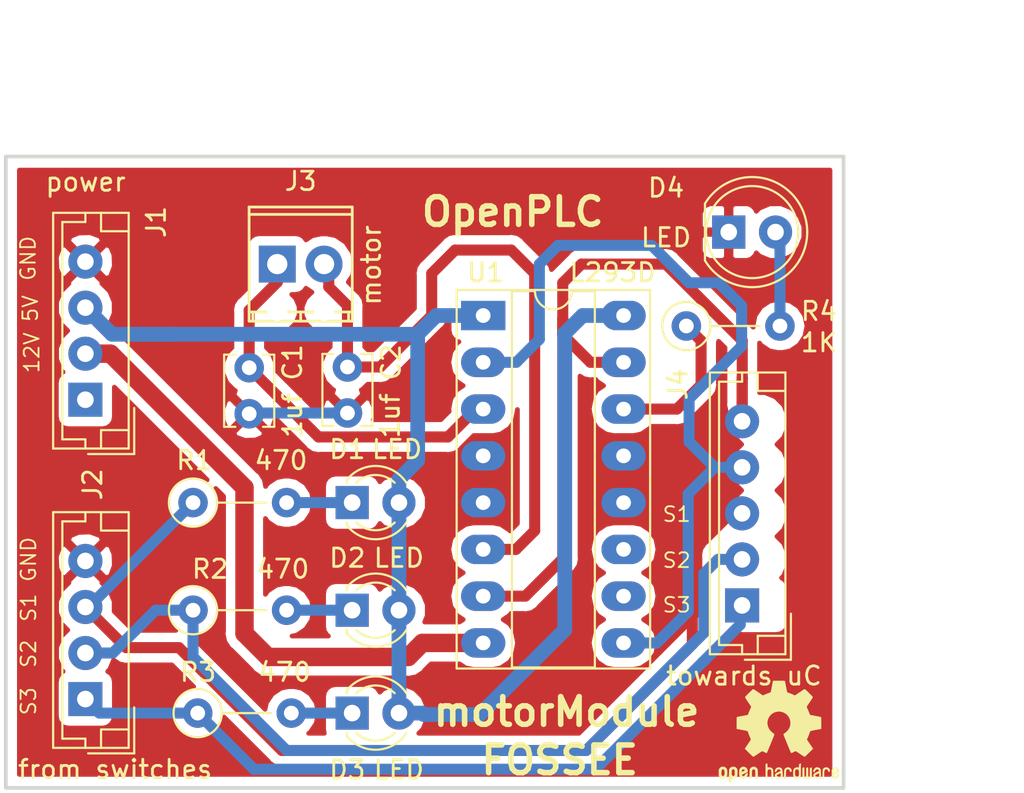
<source format=kicad_pcb>
(kicad_pcb (version 20171130) (host pcbnew 5.0.1)

  (general
    (thickness 1.6)
    (drawings 19)
    (tracks 116)
    (zones 0)
    (modules 16)
    (nets 19)
  )

  (page A4)
  (layers
    (0 F.Cu signal)
    (31 B.Cu signal)
    (32 B.Adhes user)
    (33 F.Adhes user)
    (34 B.Paste user)
    (35 F.Paste user)
    (36 B.SilkS user)
    (37 F.SilkS user)
    (38 B.Mask user)
    (39 F.Mask user)
    (40 Dwgs.User user)
    (41 Cmts.User user)
    (42 Eco1.User user)
    (43 Eco2.User user)
    (44 Edge.Cuts user)
    (45 Margin user)
    (46 B.CrtYd user)
    (47 F.CrtYd user)
    (48 B.Fab user)
    (49 F.Fab user)
  )

  (setup
    (last_trace_width 0.6)
    (trace_clearance 0.2)
    (zone_clearance 0.508)
    (zone_45_only no)
    (trace_min 0.2)
    (segment_width 0.2)
    (edge_width 0.15)
    (via_size 0.8)
    (via_drill 0.4)
    (via_min_size 0.4)
    (via_min_drill 0.3)
    (uvia_size 0.3)
    (uvia_drill 0.1)
    (uvias_allowed no)
    (uvia_min_size 0.2)
    (uvia_min_drill 0.1)
    (pcb_text_width 0.3)
    (pcb_text_size 1.5 1.5)
    (mod_edge_width 0.15)
    (mod_text_size 1 1)
    (mod_text_width 0.15)
    (pad_size 2.4 1.6)
    (pad_drill 0.8)
    (pad_to_mask_clearance 0.051)
    (solder_mask_min_width 0.25)
    (aux_axis_origin 0 0)
    (visible_elements FFFFEF7F)
    (pcbplotparams
      (layerselection 0x010fc_ffffffff)
      (usegerberextensions false)
      (usegerberattributes false)
      (usegerberadvancedattributes false)
      (creategerberjobfile false)
      (excludeedgelayer true)
      (linewidth 0.100000)
      (plotframeref false)
      (viasonmask false)
      (mode 1)
      (useauxorigin false)
      (hpglpennumber 1)
      (hpglpenspeed 20)
      (hpglpendiameter 15.000000)
      (psnegative false)
      (psa4output false)
      (plotreference true)
      (plotvalue true)
      (plotinvisibletext false)
      (padsonsilk false)
      (subtractmaskfromsilk false)
      (outputformat 1)
      (mirror false)
      (drillshape 1)
      (scaleselection 1)
      (outputdirectory ""))
  )

  (net 0 "")
  (net 1 +12V)
  (net 2 +5V)
  (net 3 GND)
  (net 4 /sw3)
  (net 5 /sw2)
  (net 6 /sw1)
  (net 7 /2a)
  (net 8 /1a)
  (net 9 "Net-(U1-Pad11)")
  (net 10 "Net-(U1-Pad10)")
  (net 11 "Net-(C1-Pad2)")
  (net 12 "Net-(C2-Pad1)")
  (net 13 "Net-(D1-Pad1)")
  (net 14 "Net-(D2-Pad1)")
  (net 15 "Net-(D3-Pad1)")
  (net 16 "Net-(D4-Pad2)")
  (net 17 "Net-(R4-Pad1)")
  (net 18 "Net-(J1-Pad1)")

  (net_class Default "This is the default net class."
    (clearance 0.2)
    (trace_width 0.6)
    (via_dia 0.8)
    (via_drill 0.4)
    (uvia_dia 0.3)
    (uvia_drill 0.1)
    (add_net /1a)
    (add_net /2a)
    (add_net /sw1)
    (add_net /sw2)
    (add_net /sw3)
    (add_net GND)
    (add_net "Net-(C1-Pad2)")
    (add_net "Net-(C2-Pad1)")
    (add_net "Net-(D1-Pad1)")
    (add_net "Net-(D2-Pad1)")
    (add_net "Net-(D3-Pad1)")
    (add_net "Net-(D4-Pad2)")
    (add_net "Net-(J1-Pad1)")
    (add_net "Net-(R4-Pad1)")
    (add_net "Net-(U1-Pad10)")
    (add_net "Net-(U1-Pad11)")
  )

  (net_class +12V ""
    (clearance 0.2)
    (trace_width 1)
    (via_dia 0.8)
    (via_drill 0.4)
    (uvia_dia 0.3)
    (uvia_drill 0.1)
    (add_net +12V)
  )

  (net_class +5V ""
    (clearance 0.2)
    (trace_width 0.8)
    (via_dia 0.8)
    (via_drill 0.4)
    (uvia_dia 0.3)
    (uvia_drill 0.1)
    (add_net +5V)
  )

  (module Connectors_JST:JST_EH_B05B-EH-A_05x2.50mm_Straight (layer F.Cu) (tedit 5C35F986) (tstamp 5C36513B)
    (at 123.525 106.675 90)
    (descr "JST EH series connector, B05B-EH-A, 2.50mm pitch, top entry")
    (tags "connector jst eh top vertical straight")
    (path /5C2E1BA3)
    (fp_text reference J4 (at 12.005 -3.485 90) (layer F.SilkS)
      (effects (font (size 1 1) (thickness 0.15)))
    )
    (fp_text value "towards uC" (at -3.825 0.1 180) (layer F.SilkS)
      (effects (font (size 1 1) (thickness 0.15)))
    )
    (fp_line (start 13.15 -2.25) (end -3.15 -2.25) (layer F.CrtYd) (width 0.05))
    (fp_line (start 13.15 2.85) (end 13.15 -2.25) (layer F.CrtYd) (width 0.05))
    (fp_line (start -3.15 2.85) (end 13.15 2.85) (layer F.CrtYd) (width 0.05))
    (fp_line (start -3.15 -2.25) (end -3.15 2.85) (layer F.CrtYd) (width 0.05))
    (fp_line (start -2.95 2.65) (end -0.45 2.65) (layer F.Fab) (width 0.1))
    (fp_line (start -2.95 0.15) (end -2.95 2.65) (layer F.Fab) (width 0.1))
    (fp_line (start -2.95 2.65) (end -0.45 2.65) (layer F.SilkS) (width 0.12))
    (fp_line (start -2.95 0.15) (end -2.95 2.65) (layer F.SilkS) (width 0.12))
    (fp_line (start 11.65 0.85) (end 11.65 2.35) (layer F.SilkS) (width 0.12))
    (fp_line (start 12.65 0.85) (end 11.65 0.85) (layer F.SilkS) (width 0.12))
    (fp_line (start -1.65 0.85) (end -1.65 2.35) (layer F.SilkS) (width 0.12))
    (fp_line (start -2.65 0.85) (end -1.65 0.85) (layer F.SilkS) (width 0.12))
    (fp_line (start 12.15 0) (end 12.65 0) (layer F.SilkS) (width 0.12))
    (fp_line (start 12.15 -1.25) (end 12.15 0) (layer F.SilkS) (width 0.12))
    (fp_line (start -2.15 -1.25) (end 12.15 -1.25) (layer F.SilkS) (width 0.12))
    (fp_line (start -2.15 0) (end -2.15 -1.25) (layer F.SilkS) (width 0.12))
    (fp_line (start -2.65 0) (end -2.15 0) (layer F.SilkS) (width 0.12))
    (fp_line (start 12.65 -1.75) (end -2.65 -1.75) (layer F.SilkS) (width 0.12))
    (fp_line (start 12.65 2.35) (end 12.65 -1.75) (layer F.SilkS) (width 0.12))
    (fp_line (start -2.65 2.35) (end 12.65 2.35) (layer F.SilkS) (width 0.12))
    (fp_line (start -2.65 -1.75) (end -2.65 2.35) (layer F.SilkS) (width 0.12))
    (fp_line (start 12.5 -1.6) (end -2.5 -1.6) (layer F.Fab) (width 0.1))
    (fp_line (start 12.5 2.2) (end 12.5 -1.6) (layer F.Fab) (width 0.1))
    (fp_line (start -2.5 2.2) (end 12.5 2.2) (layer F.Fab) (width 0.1))
    (fp_line (start -2.5 -1.6) (end -2.5 2.2) (layer F.Fab) (width 0.1))
    (fp_text user %R (at 12.005 -3.485 90) (layer F.Fab)
      (effects (font (size 1 1) (thickness 0.15)))
    )
    (pad 5 thru_hole circle (at 10 0 90) (size 1.85 1.85) (drill 0.9) (layers *.Cu *.Mask)
      (net 7 /2a))
    (pad 4 thru_hole circle (at 7.5 0 90) (size 1.85 1.85) (drill 0.9) (layers *.Cu *.Mask)
      (net 8 /1a))
    (pad 3 thru_hole circle (at 5 0 90) (size 1.85 1.85) (drill 0.9) (layers *.Cu *.Mask)
      (net 6 /sw1))
    (pad 2 thru_hole circle (at 2.5 0 90) (size 1.85 1.85) (drill 0.9) (layers *.Cu *.Mask)
      (net 5 /sw2))
    (pad 1 thru_hole rect (at 0 0 90) (size 1.85 1.85) (drill 0.9) (layers *.Cu *.Mask)
      (net 4 /sw3))
    (model Connectors_JST.3dshapes/JST_EH_B05B-EH-A_05x2.50mm_Straight.wrl
      (at (xyz 0 0 0))
      (scale (xyz 1 1 1))
      (rotate (xyz 0 0 0))
    )
  )

  (module LEDs:LED_D5.0mm (layer F.Cu) (tedit 5C35EEAA) (tstamp 5C32FAA9)
    (at 122.8 86.4)
    (descr "LED, diameter 5.0mm, 2 pins, http://cdn-reichelt.de/documents/datenblatt/A500/LL-504BC2E-009.pdf")
    (tags "LED diameter 5.0mm 2 pins")
    (path /5C333823)
    (fp_text reference D4 (at -3.4 -2.4) (layer F.SilkS)
      (effects (font (size 1 1) (thickness 0.15)))
    )
    (fp_text value LED (at -3.4 0.3) (layer F.SilkS)
      (effects (font (size 1 1) (thickness 0.15)))
    )
    (fp_text user %R (at -1.15 -2.575) (layer F.Fab)
      (effects (font (size 0.8 0.8) (thickness 0.2)))
    )
    (fp_line (start 4.5 -3.25) (end -1.95 -3.25) (layer F.CrtYd) (width 0.05))
    (fp_line (start 4.5 3.25) (end 4.5 -3.25) (layer F.CrtYd) (width 0.05))
    (fp_line (start -1.95 3.25) (end 4.5 3.25) (layer F.CrtYd) (width 0.05))
    (fp_line (start -1.95 -3.25) (end -1.95 3.25) (layer F.CrtYd) (width 0.05))
    (fp_line (start -1.29 -1.545) (end -1.29 1.545) (layer F.SilkS) (width 0.12))
    (fp_line (start -1.23 -1.469694) (end -1.23 1.469694) (layer F.Fab) (width 0.1))
    (fp_circle (center 1.27 0) (end 3.77 0) (layer F.SilkS) (width 0.12))
    (fp_circle (center 1.27 0) (end 3.77 0) (layer F.Fab) (width 0.1))
    (fp_arc (start 1.27 0) (end -1.29 1.54483) (angle -148.9) (layer F.SilkS) (width 0.12))
    (fp_arc (start 1.27 0) (end -1.29 -1.54483) (angle 148.9) (layer F.SilkS) (width 0.12))
    (fp_arc (start 1.27 0) (end -1.23 -1.469694) (angle 299.1) (layer F.Fab) (width 0.1))
    (pad 2 thru_hole circle (at 2.54 0) (size 1.8 1.8) (drill 0.9) (layers *.Cu *.Mask)
      (net 16 "Net-(D4-Pad2)"))
    (pad 1 thru_hole rect (at 0 0) (size 1.8 1.8) (drill 0.9) (layers *.Cu *.Mask)
      (net 3 GND))
    (model ${KISYS3DMOD}/LEDs.3dshapes/LED_D5.0mm.wrl
      (at (xyz 0 0 0))
      (scale (xyz 0.393701 0.393701 0.393701))
      (rotate (xyz 0 0 0))
    )
  )

  (module Resistors_THT:R_Axial_DIN0207_L6.3mm_D2.5mm_P5.08mm_Vertical (layer F.Cu) (tedit 5C35EEC3) (tstamp 5C32F518)
    (at 120.5 91.5)
    (descr "Resistor, Axial_DIN0207 series, Axial, Vertical, pin pitch=5.08mm, 0.25W = 1/4W, length*diameter=6.3*2.5mm^2, http://cdn-reichelt.de/documents/datenblatt/B400/1_4W%23YAG.pdf")
    (tags "Resistor Axial_DIN0207 series Axial Vertical pin pitch 5.08mm 0.25W = 1/4W length 6.3mm diameter 2.5mm")
    (path /5C332B9A)
    (fp_text reference R4 (at 7.2 -0.8) (layer F.SilkS)
      (effects (font (size 1 1) (thickness 0.15)))
    )
    (fp_text value 1K (at 7.2 0.9) (layer F.SilkS)
      (effects (font (size 1 1) (thickness 0.15)))
    )
    (fp_line (start 6.2 -1.6) (end -1.6 -1.6) (layer F.CrtYd) (width 0.05))
    (fp_line (start 6.2 1.6) (end 6.2 -1.6) (layer F.CrtYd) (width 0.05))
    (fp_line (start -1.6 1.6) (end 6.2 1.6) (layer F.CrtYd) (width 0.05))
    (fp_line (start -1.6 -1.6) (end -1.6 1.6) (layer F.CrtYd) (width 0.05))
    (fp_line (start 1.31 0) (end 3.98 0) (layer F.SilkS) (width 0.12))
    (fp_line (start 0 0) (end 5.08 0) (layer F.Fab) (width 0.1))
    (fp_circle (center 0 0) (end 1.31 0) (layer F.SilkS) (width 0.12))
    (fp_circle (center 0 0) (end 1.25 0) (layer F.Fab) (width 0.1))
    (pad 2 thru_hole oval (at 5.08 0) (size 1.6 1.6) (drill 0.8) (layers *.Cu *.Mask)
      (net 16 "Net-(D4-Pad2)"))
    (pad 1 thru_hole circle (at 0 0) (size 1.6 1.6) (drill 0.8) (layers *.Cu *.Mask)
      (net 17 "Net-(R4-Pad1)"))
    (model ${KISYS3DMOD}/Resistors_THT.3dshapes/R_Axial_DIN0207_L6.3mm_D2.5mm_P5.08mm_Vertical.wrl
      (at (xyz 0 0 0))
      (scale (xyz 0.393701 0.393701 0.393701))
      (rotate (xyz 0 0 0))
    )
  )

  (module Capacitors_THT:C_Disc_D3.8mm_W2.6mm_P2.50mm (layer F.Cu) (tedit 5C35EE5A) (tstamp 5C2E4371)
    (at 102.108 93.726 270)
    (descr "C, Disc series, Radial, pin pitch=2.50mm, , diameter*width=3.8*2.6mm^2, Capacitor, http://www.vishay.com/docs/45233/krseries.pdf")
    (tags "C Disc series Radial pin pitch 2.50mm  diameter 3.8mm width 2.6mm Capacitor")
    (path /5C2E4D95)
    (fp_text reference C2 (at -0.251 -2.367 270) (layer F.SilkS)
      (effects (font (size 1 1) (thickness 0.15)))
    )
    (fp_text value 1uf (at 2.624 2.983 270) (layer F.SilkS)
      (effects (font (size 1 1) (thickness 0.15)))
    )
    (fp_line (start -0.65 -1.3) (end -0.65 1.3) (layer F.Fab) (width 0.1))
    (fp_line (start -0.65 1.3) (end 3.15 1.3) (layer F.Fab) (width 0.1))
    (fp_line (start 3.15 1.3) (end 3.15 -1.3) (layer F.Fab) (width 0.1))
    (fp_line (start 3.15 -1.3) (end -0.65 -1.3) (layer F.Fab) (width 0.1))
    (fp_line (start -0.71 -1.36) (end 3.21 -1.36) (layer F.SilkS) (width 0.12))
    (fp_line (start -0.71 1.36) (end 3.21 1.36) (layer F.SilkS) (width 0.12))
    (fp_line (start -0.71 -1.36) (end -0.71 -0.75) (layer F.SilkS) (width 0.12))
    (fp_line (start -0.71 0.75) (end -0.71 1.36) (layer F.SilkS) (width 0.12))
    (fp_line (start 3.21 -1.36) (end 3.21 -0.75) (layer F.SilkS) (width 0.12))
    (fp_line (start 3.21 0.75) (end 3.21 1.36) (layer F.SilkS) (width 0.12))
    (fp_line (start -1.05 -1.65) (end -1.05 1.65) (layer F.CrtYd) (width 0.05))
    (fp_line (start -1.05 1.65) (end 3.55 1.65) (layer F.CrtYd) (width 0.05))
    (fp_line (start 3.55 1.65) (end 3.55 -1.65) (layer F.CrtYd) (width 0.05))
    (fp_line (start 3.55 -1.65) (end -1.05 -1.65) (layer F.CrtYd) (width 0.05))
    (fp_text user %R (at -0.251 -2.367 270) (layer F.Fab)
      (effects (font (size 1 1) (thickness 0.15)))
    )
    (pad 1 thru_hole circle (at 0 0 270) (size 1.6 1.6) (drill 0.8) (layers *.Cu *.Mask)
      (net 12 "Net-(C2-Pad1)"))
    (pad 2 thru_hole circle (at 2.5 0 270) (size 1.6 1.6) (drill 0.8) (layers *.Cu *.Mask)
      (net 3 GND))
    (model ${KISYS3DMOD}/Capacitors_THT.3dshapes/C_Disc_D3.8mm_W2.6mm_P2.50mm.wrl
      (at (xyz 0 0 0))
      (scale (xyz 1 1 1))
      (rotate (xyz 0 0 0))
    )
  )

  (module Capacitors_THT:C_Disc_D3.8mm_W2.6mm_P2.50mm (layer F.Cu) (tedit 5C35EE67) (tstamp 5C2E4586)
    (at 96.774 96.266 90)
    (descr "C, Disc series, Radial, pin pitch=2.50mm, , diameter*width=3.8*2.6mm^2, Capacitor, http://www.vishay.com/docs/45233/krseries.pdf")
    (tags "C Disc series Radial pin pitch 2.50mm  diameter 3.8mm width 2.6mm Capacitor")
    (path /5C2E4DE2)
    (fp_text reference C1 (at 2.791 2.351 90) (layer F.SilkS)
      (effects (font (size 1 1) (thickness 0.15)))
    )
    (fp_text value 1uf (at -0.109 7.651 90) (layer F.SilkS)
      (effects (font (size 1 1) (thickness 0.15)))
    )
    (fp_text user %R (at 2.791 2.351 90) (layer F.Fab)
      (effects (font (size 1 1) (thickness 0.15)))
    )
    (fp_line (start 3.55 -1.65) (end -1.05 -1.65) (layer F.CrtYd) (width 0.05))
    (fp_line (start 3.55 1.65) (end 3.55 -1.65) (layer F.CrtYd) (width 0.05))
    (fp_line (start -1.05 1.65) (end 3.55 1.65) (layer F.CrtYd) (width 0.05))
    (fp_line (start -1.05 -1.65) (end -1.05 1.65) (layer F.CrtYd) (width 0.05))
    (fp_line (start 3.21 0.75) (end 3.21 1.36) (layer F.SilkS) (width 0.12))
    (fp_line (start 3.21 -1.36) (end 3.21 -0.75) (layer F.SilkS) (width 0.12))
    (fp_line (start -0.71 0.75) (end -0.71 1.36) (layer F.SilkS) (width 0.12))
    (fp_line (start -0.71 -1.36) (end -0.71 -0.75) (layer F.SilkS) (width 0.12))
    (fp_line (start -0.71 1.36) (end 3.21 1.36) (layer F.SilkS) (width 0.12))
    (fp_line (start -0.71 -1.36) (end 3.21 -1.36) (layer F.SilkS) (width 0.12))
    (fp_line (start 3.15 -1.3) (end -0.65 -1.3) (layer F.Fab) (width 0.1))
    (fp_line (start 3.15 1.3) (end 3.15 -1.3) (layer F.Fab) (width 0.1))
    (fp_line (start -0.65 1.3) (end 3.15 1.3) (layer F.Fab) (width 0.1))
    (fp_line (start -0.65 -1.3) (end -0.65 1.3) (layer F.Fab) (width 0.1))
    (pad 2 thru_hole circle (at 2.5 0 90) (size 1.6 1.6) (drill 0.8) (layers *.Cu *.Mask)
      (net 11 "Net-(C1-Pad2)"))
    (pad 1 thru_hole circle (at 0 0 90) (size 1.6 1.6) (drill 0.8) (layers *.Cu *.Mask)
      (net 3 GND))
    (model ${KISYS3DMOD}/Capacitors_THT.3dshapes/C_Disc_D3.8mm_W2.6mm_P2.50mm.wrl
      (at (xyz 0 0 0))
      (scale (xyz 1 1 1))
      (rotate (xyz 0 0 0))
    )
  )

  (module Resistors_THT:R_Axial_DIN0207_L6.3mm_D2.5mm_P5.08mm_Vertical (layer F.Cu) (tedit 5C35EF18) (tstamp 5C2E3B01)
    (at 93.98 112.522)
    (descr "Resistor, Axial_DIN0207 series, Axial, Vertical, pin pitch=5.08mm, 0.25W = 1/4W, length*diameter=6.3*2.5mm^2, http://cdn-reichelt.de/documents/datenblatt/B400/1_4W%23YAG.pdf")
    (tags "Resistor Axial_DIN0207 series Axial Vertical pin pitch 5.08mm 0.25W = 1/4W length 6.3mm diameter 2.5mm")
    (path /5C2E9431)
    (fp_text reference R3 (at 0.02 -2.222) (layer F.SilkS)
      (effects (font (size 1 1) (thickness 0.15)))
    )
    (fp_text value 470 (at 4.72 -2.222) (layer F.SilkS)
      (effects (font (size 1 1) (thickness 0.15)))
    )
    (fp_line (start 6.2 -1.6) (end -1.6 -1.6) (layer F.CrtYd) (width 0.05))
    (fp_line (start 6.2 1.6) (end 6.2 -1.6) (layer F.CrtYd) (width 0.05))
    (fp_line (start -1.6 1.6) (end 6.2 1.6) (layer F.CrtYd) (width 0.05))
    (fp_line (start -1.6 -1.6) (end -1.6 1.6) (layer F.CrtYd) (width 0.05))
    (fp_line (start 1.31 0) (end 3.98 0) (layer F.SilkS) (width 0.12))
    (fp_line (start 0 0) (end 5.08 0) (layer F.Fab) (width 0.1))
    (fp_circle (center 0 0) (end 1.31 0) (layer F.SilkS) (width 0.12))
    (fp_circle (center 0 0) (end 1.25 0) (layer F.Fab) (width 0.1))
    (pad 2 thru_hole oval (at 5.08 0) (size 1.6 1.6) (drill 0.8) (layers *.Cu *.Mask)
      (net 15 "Net-(D3-Pad1)"))
    (pad 1 thru_hole circle (at 0 0) (size 1.6 1.6) (drill 0.8) (layers *.Cu *.Mask)
      (net 4 /sw3))
    (model ${KISYS3DMOD}/Resistors_THT.3dshapes/R_Axial_DIN0207_L6.3mm_D2.5mm_P5.08mm_Vertical.wrl
      (at (xyz 0 0 0))
      (scale (xyz 0.393701 0.393701 0.393701))
      (rotate (xyz 0 0 0))
    )
  )

  (module Resistors_THT:R_Axial_DIN0207_L6.3mm_D2.5mm_P5.08mm_Vertical (layer F.Cu) (tedit 5C35EF03) (tstamp 5C2E3AF4)
    (at 93.726 106.934)
    (descr "Resistor, Axial_DIN0207 series, Axial, Vertical, pin pitch=5.08mm, 0.25W = 1/4W, length*diameter=6.3*2.5mm^2, http://cdn-reichelt.de/documents/datenblatt/B400/1_4W%23YAG.pdf")
    (tags "Resistor Axial_DIN0207 series Axial Vertical pin pitch 5.08mm 0.25W = 1/4W length 6.3mm diameter 2.5mm")
    (path /5C2E9401)
    (fp_text reference R2 (at 0.924 -2.234) (layer F.SilkS)
      (effects (font (size 1 1) (thickness 0.15)))
    )
    (fp_text value 470 (at 4.874 -2.234) (layer F.SilkS)
      (effects (font (size 1 1) (thickness 0.15)))
    )
    (fp_circle (center 0 0) (end 1.25 0) (layer F.Fab) (width 0.1))
    (fp_circle (center 0 0) (end 1.31 0) (layer F.SilkS) (width 0.12))
    (fp_line (start 0 0) (end 5.08 0) (layer F.Fab) (width 0.1))
    (fp_line (start 1.31 0) (end 3.98 0) (layer F.SilkS) (width 0.12))
    (fp_line (start -1.6 -1.6) (end -1.6 1.6) (layer F.CrtYd) (width 0.05))
    (fp_line (start -1.6 1.6) (end 6.2 1.6) (layer F.CrtYd) (width 0.05))
    (fp_line (start 6.2 1.6) (end 6.2 -1.6) (layer F.CrtYd) (width 0.05))
    (fp_line (start 6.2 -1.6) (end -1.6 -1.6) (layer F.CrtYd) (width 0.05))
    (pad 1 thru_hole circle (at 0 0) (size 1.6 1.6) (drill 0.8) (layers *.Cu *.Mask)
      (net 5 /sw2))
    (pad 2 thru_hole oval (at 5.08 0) (size 1.6 1.6) (drill 0.8) (layers *.Cu *.Mask)
      (net 14 "Net-(D2-Pad1)"))
    (model ${KISYS3DMOD}/Resistors_THT.3dshapes/R_Axial_DIN0207_L6.3mm_D2.5mm_P5.08mm_Vertical.wrl
      (at (xyz 0 0 0))
      (scale (xyz 0.393701 0.393701 0.393701))
      (rotate (xyz 0 0 0))
    )
  )

  (module Resistors_THT:R_Axial_DIN0207_L6.3mm_D2.5mm_P5.08mm_Vertical (layer F.Cu) (tedit 5C35EE75) (tstamp 5C35EFB9)
    (at 93.726 101.092)
    (descr "Resistor, Axial_DIN0207 series, Axial, Vertical, pin pitch=5.08mm, 0.25W = 1/4W, length*diameter=6.3*2.5mm^2, http://cdn-reichelt.de/documents/datenblatt/B400/1_4W%23YAG.pdf")
    (tags "Resistor Axial_DIN0207 series Axial Vertical pin pitch 5.08mm 0.25W = 1/4W length 6.3mm diameter 2.5mm")
    (path /5C2E932B)
    (fp_text reference R1 (at 0.074 -2.292) (layer F.SilkS)
      (effects (font (size 1 1) (thickness 0.15)))
    )
    (fp_text value 470 (at 4.774 -2.292) (layer F.SilkS)
      (effects (font (size 1 1) (thickness 0.15)))
    )
    (fp_line (start 6.2 -1.6) (end -1.6 -1.6) (layer F.CrtYd) (width 0.05))
    (fp_line (start 6.2 1.6) (end 6.2 -1.6) (layer F.CrtYd) (width 0.05))
    (fp_line (start -1.6 1.6) (end 6.2 1.6) (layer F.CrtYd) (width 0.05))
    (fp_line (start -1.6 -1.6) (end -1.6 1.6) (layer F.CrtYd) (width 0.05))
    (fp_line (start 1.31 0) (end 3.98 0) (layer F.SilkS) (width 0.12))
    (fp_line (start 0 0) (end 5.08 0) (layer F.Fab) (width 0.1))
    (fp_circle (center 0 0) (end 1.31 0) (layer F.SilkS) (width 0.12))
    (fp_circle (center 0 0) (end 1.25 0) (layer F.Fab) (width 0.1))
    (pad 2 thru_hole oval (at 5.08 0) (size 1.6 1.6) (drill 0.8) (layers *.Cu *.Mask)
      (net 13 "Net-(D1-Pad1)"))
    (pad 1 thru_hole circle (at 0 0) (size 1.6 1.6) (drill 0.8) (layers *.Cu *.Mask)
      (net 6 /sw1))
    (model ${KISYS3DMOD}/Resistors_THT.3dshapes/R_Axial_DIN0207_L6.3mm_D2.5mm_P5.08mm_Vertical.wrl
      (at (xyz 0 0 0))
      (scale (xyz 0.393701 0.393701 0.393701))
      (rotate (xyz 0 0 0))
    )
  )

  (module LEDs:LED_D3.0mm (layer F.Cu) (tedit 5C35EF47) (tstamp 5C2E3575)
    (at 102.362 112.522)
    (descr "LED, diameter 3.0mm, 2 pins")
    (tags "LED diameter 3.0mm 2 pins")
    (path /5C2E5E7E)
    (fp_text reference D3 (at -0.262 3.078) (layer F.SilkS)
      (effects (font (size 1 1) (thickness 0.15)))
    )
    (fp_text value LED (at 2.538 3.078) (layer F.SilkS)
      (effects (font (size 1 1) (thickness 0.15)))
    )
    (fp_line (start 3.7 -2.25) (end -1.15 -2.25) (layer F.CrtYd) (width 0.05))
    (fp_line (start 3.7 2.25) (end 3.7 -2.25) (layer F.CrtYd) (width 0.05))
    (fp_line (start -1.15 2.25) (end 3.7 2.25) (layer F.CrtYd) (width 0.05))
    (fp_line (start -1.15 -2.25) (end -1.15 2.25) (layer F.CrtYd) (width 0.05))
    (fp_line (start -0.29 1.08) (end -0.29 1.236) (layer F.SilkS) (width 0.12))
    (fp_line (start -0.29 -1.236) (end -0.29 -1.08) (layer F.SilkS) (width 0.12))
    (fp_line (start -0.23 -1.16619) (end -0.23 1.16619) (layer F.Fab) (width 0.1))
    (fp_circle (center 1.27 0) (end 2.77 0) (layer F.Fab) (width 0.1))
    (fp_arc (start 1.27 0) (end 0.229039 1.08) (angle -87.9) (layer F.SilkS) (width 0.12))
    (fp_arc (start 1.27 0) (end 0.229039 -1.08) (angle 87.9) (layer F.SilkS) (width 0.12))
    (fp_arc (start 1.27 0) (end -0.29 1.235516) (angle -108.8) (layer F.SilkS) (width 0.12))
    (fp_arc (start 1.27 0) (end -0.29 -1.235516) (angle 108.8) (layer F.SilkS) (width 0.12))
    (fp_arc (start 1.27 0) (end -0.23 -1.16619) (angle 284.3) (layer F.Fab) (width 0.1))
    (pad 2 thru_hole circle (at 2.54 0) (size 1.8 1.8) (drill 0.9) (layers *.Cu *.Mask)
      (net 2 +5V))
    (pad 1 thru_hole rect (at 0 0) (size 1.8 1.8) (drill 0.9) (layers *.Cu *.Mask)
      (net 15 "Net-(D3-Pad1)"))
    (model ${KISYS3DMOD}/LEDs.3dshapes/LED_D3.0mm.wrl
      (at (xyz 0 0 0))
      (scale (xyz 0.393701 0.393701 0.393701))
      (rotate (xyz 0 0 0))
    )
  )

  (module LEDs:LED_D3.0mm (layer F.Cu) (tedit 5C35EF35) (tstamp 5C2E3D7F)
    (at 102.362 106.934)
    (descr "LED, diameter 3.0mm, 2 pins")
    (tags "LED diameter 3.0mm 2 pins")
    (path /5C2E5E42)
    (fp_text reference D2 (at -0.262 -2.834) (layer F.SilkS)
      (effects (font (size 1 1) (thickness 0.15)))
    )
    (fp_text value LED (at 2.538 -2.834) (layer F.SilkS)
      (effects (font (size 1 1) (thickness 0.15)))
    )
    (fp_arc (start 1.27 0) (end -0.23 -1.16619) (angle 284.3) (layer F.Fab) (width 0.1))
    (fp_arc (start 1.27 0) (end -0.29 -1.235516) (angle 108.8) (layer F.SilkS) (width 0.12))
    (fp_arc (start 1.27 0) (end -0.29 1.235516) (angle -108.8) (layer F.SilkS) (width 0.12))
    (fp_arc (start 1.27 0) (end 0.229039 -1.08) (angle 87.9) (layer F.SilkS) (width 0.12))
    (fp_arc (start 1.27 0) (end 0.229039 1.08) (angle -87.9) (layer F.SilkS) (width 0.12))
    (fp_circle (center 1.27 0) (end 2.77 0) (layer F.Fab) (width 0.1))
    (fp_line (start -0.23 -1.16619) (end -0.23 1.16619) (layer F.Fab) (width 0.1))
    (fp_line (start -0.29 -1.236) (end -0.29 -1.08) (layer F.SilkS) (width 0.12))
    (fp_line (start -0.29 1.08) (end -0.29 1.236) (layer F.SilkS) (width 0.12))
    (fp_line (start -1.15 -2.25) (end -1.15 2.25) (layer F.CrtYd) (width 0.05))
    (fp_line (start -1.15 2.25) (end 3.7 2.25) (layer F.CrtYd) (width 0.05))
    (fp_line (start 3.7 2.25) (end 3.7 -2.25) (layer F.CrtYd) (width 0.05))
    (fp_line (start 3.7 -2.25) (end -1.15 -2.25) (layer F.CrtYd) (width 0.05))
    (pad 1 thru_hole rect (at 0 0) (size 1.8 1.8) (drill 0.9) (layers *.Cu *.Mask)
      (net 14 "Net-(D2-Pad1)"))
    (pad 2 thru_hole circle (at 2.54 0) (size 1.8 1.8) (drill 0.9) (layers *.Cu *.Mask)
      (net 2 +5V))
    (model ${KISYS3DMOD}/LEDs.3dshapes/LED_D3.0mm.wrl
      (at (xyz 0 0 0))
      (scale (xyz 0.393701 0.393701 0.393701))
      (rotate (xyz 0 0 0))
    )
  )

  (module LEDs:LED_D3.0mm (layer F.Cu) (tedit 5C35EF28) (tstamp 5C2E3DDA)
    (at 102.362 101.092)
    (descr "LED, diameter 3.0mm, 2 pins")
    (tags "LED diameter 3.0mm 2 pins")
    (path /5C2E5DA0)
    (fp_text reference D1 (at -0.262 -2.892) (layer F.SilkS)
      (effects (font (size 1 1) (thickness 0.15)))
    )
    (fp_text value LED (at 2.438 -2.892) (layer F.SilkS)
      (effects (font (size 1 1) (thickness 0.15)))
    )
    (fp_line (start 3.7 -2.25) (end -1.15 -2.25) (layer F.CrtYd) (width 0.05))
    (fp_line (start 3.7 2.25) (end 3.7 -2.25) (layer F.CrtYd) (width 0.05))
    (fp_line (start -1.15 2.25) (end 3.7 2.25) (layer F.CrtYd) (width 0.05))
    (fp_line (start -1.15 -2.25) (end -1.15 2.25) (layer F.CrtYd) (width 0.05))
    (fp_line (start -0.29 1.08) (end -0.29 1.236) (layer F.SilkS) (width 0.12))
    (fp_line (start -0.29 -1.236) (end -0.29 -1.08) (layer F.SilkS) (width 0.12))
    (fp_line (start -0.23 -1.16619) (end -0.23 1.16619) (layer F.Fab) (width 0.1))
    (fp_circle (center 1.27 0) (end 2.77 0) (layer F.Fab) (width 0.1))
    (fp_arc (start 1.27 0) (end 0.229039 1.08) (angle -87.9) (layer F.SilkS) (width 0.12))
    (fp_arc (start 1.27 0) (end 0.229039 -1.08) (angle 87.9) (layer F.SilkS) (width 0.12))
    (fp_arc (start 1.27 0) (end -0.29 1.235516) (angle -108.8) (layer F.SilkS) (width 0.12))
    (fp_arc (start 1.27 0) (end -0.29 -1.235516) (angle 108.8) (layer F.SilkS) (width 0.12))
    (fp_arc (start 1.27 0) (end -0.23 -1.16619) (angle 284.3) (layer F.Fab) (width 0.1))
    (pad 2 thru_hole circle (at 2.54 0) (size 1.8 1.8) (drill 0.9) (layers *.Cu *.Mask)
      (net 2 +5V))
    (pad 1 thru_hole rect (at 0 0) (size 1.8 1.8) (drill 0.9) (layers *.Cu *.Mask)
      (net 13 "Net-(D1-Pad1)"))
    (model ${KISYS3DMOD}/LEDs.3dshapes/LED_D3.0mm.wrl
      (at (xyz 0 0 0))
      (scale (xyz 0.393701 0.393701 0.393701))
      (rotate (xyz 0 0 0))
    )
  )

  (module Housings_DIP:DIP-16_W7.62mm_Socket_LongPads (layer F.Cu) (tedit 5C35EF60) (tstamp 5C2E05C8)
    (at 109.474 90.932)
    (descr "16-lead though-hole mounted DIP package, row spacing 7.62 mm (300 mils), Socket, LongPads")
    (tags "THT DIP DIL PDIP 2.54mm 7.62mm 300mil Socket LongPads")
    (path /5C2E03BE)
    (fp_text reference U1 (at 0.126 -2.332) (layer F.SilkS)
      (effects (font (size 1 1) (thickness 0.15)))
    )
    (fp_text value L293D (at 7.026 -2.332) (layer F.SilkS)
      (effects (font (size 1 1) (thickness 0.15)))
    )
    (fp_text user %R (at 3.81 8.89) (layer F.Fab)
      (effects (font (size 1 1) (thickness 0.15)))
    )
    (fp_line (start 9.15 -1.6) (end -1.55 -1.6) (layer F.CrtYd) (width 0.05))
    (fp_line (start 9.15 19.4) (end 9.15 -1.6) (layer F.CrtYd) (width 0.05))
    (fp_line (start -1.55 19.4) (end 9.15 19.4) (layer F.CrtYd) (width 0.05))
    (fp_line (start -1.55 -1.6) (end -1.55 19.4) (layer F.CrtYd) (width 0.05))
    (fp_line (start 9.06 -1.39) (end -1.44 -1.39) (layer F.SilkS) (width 0.12))
    (fp_line (start 9.06 19.17) (end 9.06 -1.39) (layer F.SilkS) (width 0.12))
    (fp_line (start -1.44 19.17) (end 9.06 19.17) (layer F.SilkS) (width 0.12))
    (fp_line (start -1.44 -1.39) (end -1.44 19.17) (layer F.SilkS) (width 0.12))
    (fp_line (start 6.06 -1.33) (end 4.81 -1.33) (layer F.SilkS) (width 0.12))
    (fp_line (start 6.06 19.11) (end 6.06 -1.33) (layer F.SilkS) (width 0.12))
    (fp_line (start 1.56 19.11) (end 6.06 19.11) (layer F.SilkS) (width 0.12))
    (fp_line (start 1.56 -1.33) (end 1.56 19.11) (layer F.SilkS) (width 0.12))
    (fp_line (start 2.81 -1.33) (end 1.56 -1.33) (layer F.SilkS) (width 0.12))
    (fp_line (start 8.89 -1.33) (end -1.27 -1.33) (layer F.Fab) (width 0.1))
    (fp_line (start 8.89 19.11) (end 8.89 -1.33) (layer F.Fab) (width 0.1))
    (fp_line (start -1.27 19.11) (end 8.89 19.11) (layer F.Fab) (width 0.1))
    (fp_line (start -1.27 -1.33) (end -1.27 19.11) (layer F.Fab) (width 0.1))
    (fp_line (start 0.635 -0.27) (end 1.635 -1.27) (layer F.Fab) (width 0.1))
    (fp_line (start 0.635 19.05) (end 0.635 -0.27) (layer F.Fab) (width 0.1))
    (fp_line (start 6.985 19.05) (end 0.635 19.05) (layer F.Fab) (width 0.1))
    (fp_line (start 6.985 -1.27) (end 6.985 19.05) (layer F.Fab) (width 0.1))
    (fp_line (start 1.635 -1.27) (end 6.985 -1.27) (layer F.Fab) (width 0.1))
    (fp_arc (start 3.81 -1.33) (end 2.81 -1.33) (angle -180) (layer F.SilkS) (width 0.12))
    (pad 16 thru_hole oval (at 7.62 0) (size 2.4 1.6) (drill 0.8) (layers *.Cu *.Mask)
      (net 2 +5V))
    (pad 8 thru_hole oval (at 0 17.78) (size 2.4 1.6) (drill 0.8) (layers *.Cu *.Mask)
      (net 1 +12V))
    (pad 15 thru_hole oval (at 7.62 2.54) (size 2.4 1.6) (drill 0.8) (layers *.Cu *.Mask)
      (net 7 /2a))
    (pad 7 thru_hole oval (at 0 15.24) (size 2.4 1.6) (drill 0.8) (layers *.Cu *.Mask)
      (net 7 /2a))
    (pad 14 thru_hole oval (at 7.62 5.08) (size 2.4 1.6) (drill 0.8) (layers *.Cu *.Mask)
      (net 17 "Net-(R4-Pad1)"))
    (pad 6 thru_hole oval (at 0 12.7) (size 2.4 1.6) (drill 0.8) (layers *.Cu *.Mask)
      (net 12 "Net-(C2-Pad1)"))
    (pad 13 thru_hole oval (at 7.62 7.62) (size 2.4 1.6) (drill 0.8) (layers *.Cu *.Mask)
      (net 3 GND) (zone_connect 2))
    (pad 5 thru_hole oval (at 0 10.16) (size 2.4 1.6) (drill 0.8) (layers *.Cu *.Mask)
      (net 3 GND) (zone_connect 2))
    (pad 12 thru_hole oval (at 7.62 10.16) (size 2.4 1.6) (drill 0.8) (layers *.Cu *.Mask)
      (net 3 GND) (zone_connect 2))
    (pad 4 thru_hole oval (at 0 7.62) (size 2.4 1.6) (drill 0.8) (layers *.Cu *.Mask)
      (net 3 GND) (zone_connect 2))
    (pad 11 thru_hole oval (at 7.62 12.7) (size 2.4 1.6) (drill 0.8) (layers *.Cu *.Mask)
      (net 9 "Net-(U1-Pad11)"))
    (pad 3 thru_hole oval (at 0 5.08) (size 2.4 1.6) (drill 0.8) (layers *.Cu *.Mask)
      (net 11 "Net-(C1-Pad2)"))
    (pad 10 thru_hole oval (at 7.62 15.24) (size 2.4 1.6) (drill 0.8) (layers *.Cu *.Mask)
      (net 10 "Net-(U1-Pad10)"))
    (pad 2 thru_hole oval (at 0 2.54) (size 2.4 1.6) (drill 0.8) (layers *.Cu *.Mask)
      (net 8 /1a))
    (pad 9 thru_hole oval (at 7.62 17.78) (size 2.4 1.6) (drill 0.8) (layers *.Cu *.Mask)
      (net 8 /1a))
    (pad 1 thru_hole rect (at 0 0) (size 2.4 1.6) (drill 0.8) (layers *.Cu *.Mask)
      (net 2 +5V))
    (model ${KISYS3DMOD}/Housings_DIP.3dshapes/DIP-16_W7.62mm_Socket.wrl
      (at (xyz 0 0 0))
      (scale (xyz 1 1 1))
      (rotate (xyz 0 0 0))
    )
  )

  (module Connectors_JST:JST_EH_B04B-EH-A_04x2.50mm_Straight (layer F.Cu) (tedit 5C35EEE8) (tstamp 5C35F458)
    (at 87.884 95.504 90)
    (descr "JST EH series connector, B04B-EH-A, 2.50mm pitch, top entry")
    (tags "connector jst eh top vertical straight")
    (path /5C2E1CA4)
    (fp_text reference J1 (at 9.654 3.841 90) (layer F.SilkS)
      (effects (font (size 1 1) (thickness 0.15)))
    )
    (fp_text value power (at 11.829 0.016 180) (layer F.SilkS)
      (effects (font (size 1 1) (thickness 0.15)))
    )
    (fp_line (start 10.65 -2.25) (end -3.15 -2.25) (layer F.CrtYd) (width 0.05))
    (fp_line (start 10.65 2.85) (end 10.65 -2.25) (layer F.CrtYd) (width 0.05))
    (fp_line (start -3.15 2.85) (end 10.65 2.85) (layer F.CrtYd) (width 0.05))
    (fp_line (start -3.15 -2.25) (end -3.15 2.85) (layer F.CrtYd) (width 0.05))
    (fp_line (start -2.95 2.65) (end -0.45 2.65) (layer F.Fab) (width 0.1))
    (fp_line (start -2.95 0.15) (end -2.95 2.65) (layer F.Fab) (width 0.1))
    (fp_line (start -2.95 2.65) (end -0.45 2.65) (layer F.SilkS) (width 0.12))
    (fp_line (start -2.95 0.15) (end -2.95 2.65) (layer F.SilkS) (width 0.12))
    (fp_line (start 9.15 0.85) (end 9.15 2.35) (layer F.SilkS) (width 0.12))
    (fp_line (start 10.15 0.85) (end 9.15 0.85) (layer F.SilkS) (width 0.12))
    (fp_line (start -1.65 0.85) (end -1.65 2.35) (layer F.SilkS) (width 0.12))
    (fp_line (start -2.65 0.85) (end -1.65 0.85) (layer F.SilkS) (width 0.12))
    (fp_line (start 9.65 0) (end 10.15 0) (layer F.SilkS) (width 0.12))
    (fp_line (start 9.65 -1.25) (end 9.65 0) (layer F.SilkS) (width 0.12))
    (fp_line (start -2.15 -1.25) (end 9.65 -1.25) (layer F.SilkS) (width 0.12))
    (fp_line (start -2.15 0) (end -2.15 -1.25) (layer F.SilkS) (width 0.12))
    (fp_line (start -2.65 0) (end -2.15 0) (layer F.SilkS) (width 0.12))
    (fp_line (start 10.15 -1.75) (end -2.65 -1.75) (layer F.SilkS) (width 0.12))
    (fp_line (start 10.15 2.35) (end 10.15 -1.75) (layer F.SilkS) (width 0.12))
    (fp_line (start -2.65 2.35) (end 10.15 2.35) (layer F.SilkS) (width 0.12))
    (fp_line (start -2.65 -1.75) (end -2.65 2.35) (layer F.SilkS) (width 0.12))
    (fp_line (start 10 -1.6) (end -2.5 -1.6) (layer F.Fab) (width 0.1))
    (fp_line (start 10 2.2) (end 10 -1.6) (layer F.Fab) (width 0.1))
    (fp_line (start -2.5 2.2) (end 10 2.2) (layer F.Fab) (width 0.1))
    (fp_line (start -2.5 -1.6) (end -2.5 2.2) (layer F.Fab) (width 0.1))
    (fp_text user %R (at 9.654 3.841 90) (layer F.Fab)
      (effects (font (size 1 1) (thickness 0.15)))
    )
    (pad 4 thru_hole circle (at 7.5 0 90) (size 1.85 1.85) (drill 0.9) (layers *.Cu *.Mask)
      (net 3 GND))
    (pad 3 thru_hole circle (at 5 0 90) (size 1.85 1.85) (drill 0.9) (layers *.Cu *.Mask)
      (net 2 +5V))
    (pad 2 thru_hole circle (at 2.5 0 90) (size 1.85 1.85) (drill 0.9) (layers *.Cu *.Mask)
      (net 1 +12V))
    (pad 1 thru_hole rect (at 0 0 90) (size 1.85 1.85) (drill 0.9) (layers *.Cu *.Mask)
      (net 18 "Net-(J1-Pad1)"))
    (model Connectors_JST.3dshapes/JST_EH_B04B-EH-A_04x2.50mm_Straight.wrl
      (at (xyz 0 0 0))
      (scale (xyz 1 1 1))
      (rotate (xyz 0 0 0))
    )
  )

  (module Connectors_JST:JST_EH_B04B-EH-A_04x2.50mm_Straight (layer F.Cu) (tedit 5C35EEEF) (tstamp 5C2DF3A6)
    (at 87.884 111.76 90)
    (descr "JST EH series connector, B04B-EH-A, 2.50mm pitch, top entry")
    (tags "connector jst eh top vertical straight")
    (path /5C2E2661)
    (fp_text reference J2 (at 11.66 0.391 90) (layer F.SilkS)
      (effects (font (size 1 1) (thickness 0.15)))
    )
    (fp_text value "from switches" (at -3.815 1.616 180) (layer F.SilkS)
      (effects (font (size 1 1) (thickness 0.15)))
    )
    (fp_text user %R (at 11.66 0.391 90) (layer F.Fab)
      (effects (font (size 1 1) (thickness 0.15)))
    )
    (fp_line (start -2.5 -1.6) (end -2.5 2.2) (layer F.Fab) (width 0.1))
    (fp_line (start -2.5 2.2) (end 10 2.2) (layer F.Fab) (width 0.1))
    (fp_line (start 10 2.2) (end 10 -1.6) (layer F.Fab) (width 0.1))
    (fp_line (start 10 -1.6) (end -2.5 -1.6) (layer F.Fab) (width 0.1))
    (fp_line (start -2.65 -1.75) (end -2.65 2.35) (layer F.SilkS) (width 0.12))
    (fp_line (start -2.65 2.35) (end 10.15 2.35) (layer F.SilkS) (width 0.12))
    (fp_line (start 10.15 2.35) (end 10.15 -1.75) (layer F.SilkS) (width 0.12))
    (fp_line (start 10.15 -1.75) (end -2.65 -1.75) (layer F.SilkS) (width 0.12))
    (fp_line (start -2.65 0) (end -2.15 0) (layer F.SilkS) (width 0.12))
    (fp_line (start -2.15 0) (end -2.15 -1.25) (layer F.SilkS) (width 0.12))
    (fp_line (start -2.15 -1.25) (end 9.65 -1.25) (layer F.SilkS) (width 0.12))
    (fp_line (start 9.65 -1.25) (end 9.65 0) (layer F.SilkS) (width 0.12))
    (fp_line (start 9.65 0) (end 10.15 0) (layer F.SilkS) (width 0.12))
    (fp_line (start -2.65 0.85) (end -1.65 0.85) (layer F.SilkS) (width 0.12))
    (fp_line (start -1.65 0.85) (end -1.65 2.35) (layer F.SilkS) (width 0.12))
    (fp_line (start 10.15 0.85) (end 9.15 0.85) (layer F.SilkS) (width 0.12))
    (fp_line (start 9.15 0.85) (end 9.15 2.35) (layer F.SilkS) (width 0.12))
    (fp_line (start -2.95 0.15) (end -2.95 2.65) (layer F.SilkS) (width 0.12))
    (fp_line (start -2.95 2.65) (end -0.45 2.65) (layer F.SilkS) (width 0.12))
    (fp_line (start -2.95 0.15) (end -2.95 2.65) (layer F.Fab) (width 0.1))
    (fp_line (start -2.95 2.65) (end -0.45 2.65) (layer F.Fab) (width 0.1))
    (fp_line (start -3.15 -2.25) (end -3.15 2.85) (layer F.CrtYd) (width 0.05))
    (fp_line (start -3.15 2.85) (end 10.65 2.85) (layer F.CrtYd) (width 0.05))
    (fp_line (start 10.65 2.85) (end 10.65 -2.25) (layer F.CrtYd) (width 0.05))
    (fp_line (start 10.65 -2.25) (end -3.15 -2.25) (layer F.CrtYd) (width 0.05))
    (pad 1 thru_hole rect (at 0 0 90) (size 1.85 1.85) (drill 0.9) (layers *.Cu *.Mask)
      (net 4 /sw3))
    (pad 2 thru_hole circle (at 2.5 0 90) (size 1.85 1.85) (drill 0.9) (layers *.Cu *.Mask)
      (net 5 /sw2))
    (pad 3 thru_hole circle (at 5 0 90) (size 1.85 1.85) (drill 0.9) (layers *.Cu *.Mask)
      (net 6 /sw1))
    (pad 4 thru_hole circle (at 7.5 0 90) (size 1.85 1.85) (drill 0.9) (layers *.Cu *.Mask)
      (net 3 GND))
    (model Connectors_JST.3dshapes/JST_EH_B04B-EH-A_04x2.50mm_Straight.wrl
      (at (xyz 0 0 0))
      (scale (xyz 1 1 1))
      (rotate (xyz 0 0 0))
    )
  )

  (module TerminalBlocks_Phoenix:TerminalBlock_Phoenix_MPT-2.54mm_2pol (layer F.Cu) (tedit 5C35EEDB) (tstamp 5C2E0D00)
    (at 98.298 88.138)
    (descr "2-way 2.54mm pitch terminal block, Phoenix MPT series")
    (path /5C2DBD8E)
    (fp_text reference J3 (at 1.27 -4.50088) (layer F.SilkS)
      (effects (font (size 1 1) (thickness 0.15)))
    )
    (fp_text value motor (at 5.102 0.062 90) (layer F.SilkS)
      (effects (font (size 1 1) (thickness 0.15)))
    )
    (fp_line (start -1.52908 -3.0988) (end -1.52908 3.0988) (layer F.SilkS) (width 0.15))
    (fp_line (start 4.06908 -3.0988) (end -1.52908 -3.0988) (layer F.SilkS) (width 0.15))
    (fp_line (start 4.06908 3.0988) (end 4.06908 -3.0988) (layer F.SilkS) (width 0.15))
    (fp_line (start -1.52908 3.0988) (end 4.06908 3.0988) (layer F.SilkS) (width 0.15))
    (fp_line (start -1.52908 -2.70002) (end 4.06908 -2.70002) (layer F.SilkS) (width 0.15))
    (fp_line (start 1.27 3.0988) (end 1.27 2.60096) (layer F.SilkS) (width 0.15))
    (fp_line (start 3.87096 2.60096) (end 3.87096 3.0988) (layer F.SilkS) (width 0.15))
    (fp_line (start -1.33096 3.0988) (end -1.33096 2.60096) (layer F.SilkS) (width 0.15))
    (fp_line (start 4.06908 2.60096) (end -1.52908 2.60096) (layer F.SilkS) (width 0.15))
    (fp_line (start 4.3 -3.3) (end 4.3 3.3) (layer F.CrtYd) (width 0.05))
    (fp_line (start 4.3 3.3) (end -1.7 3.3) (layer F.CrtYd) (width 0.05))
    (fp_line (start -1.7 3.3) (end -1.7 -3.3) (layer F.CrtYd) (width 0.05))
    (fp_line (start -1.7 -3.3) (end 4.3 -3.3) (layer F.CrtYd) (width 0.05))
    (fp_text user %R (at 1.27 1.045) (layer F.Fab)
      (effects (font (size 1 1) (thickness 0.15)))
    )
    (pad "" np_thru_hole circle (at 2.54 2.54) (size 1.1 1.1) (drill 1.1) (layers *.Cu *.Mask))
    (pad "" np_thru_hole circle (at 0 2.54) (size 1.1 1.1) (drill 1.1) (layers *.Cu *.Mask))
    (pad 1 thru_hole rect (at 0 0) (size 1.99898 1.99898) (drill 1.09728) (layers *.Cu *.Mask)
      (net 11 "Net-(C1-Pad2)"))
    (pad 2 thru_hole oval (at 2.54 0) (size 1.99898 1.99898) (drill 1.09728) (layers *.Cu *.Mask)
      (net 12 "Net-(C2-Pad1)"))
    (model ${KISYS3DMOD}/TerminalBlock_Phoenix.3dshapes/TerminalBlock_Phoenix_MPT-2.54mm_2pol.wrl
      (offset (xyz 1.269999980926514 0 0))
      (scale (xyz 1 1 1))
      (rotate (xyz 0 0 0))
    )
  )

  (module Symbols:OSHW-Logo2_7.3x6mm_SilkScreen (layer F.Cu) (tedit 0) (tstamp 5C365480)
    (at 125.525 113.525)
    (descr "Open Source Hardware Symbol")
    (tags "Logo Symbol OSHW")
    (attr virtual)
    (fp_text reference REF*** (at 0 0) (layer F.SilkS) hide
      (effects (font (size 1 1) (thickness 0.15)))
    )
    (fp_text value OSHW-Logo2_7.3x6mm_SilkScreen (at 0.75 0) (layer F.Fab) hide
      (effects (font (size 1 1) (thickness 0.15)))
    )
    (fp_poly (pts (xy -2.400256 1.919918) (xy -2.344799 1.947568) (xy -2.295852 1.99848) (xy -2.282371 2.017338)
      (xy -2.267686 2.042015) (xy -2.258158 2.068816) (xy -2.252707 2.104587) (xy -2.250253 2.156169)
      (xy -2.249714 2.224267) (xy -2.252148 2.317588) (xy -2.260606 2.387657) (xy -2.276826 2.439931)
      (xy -2.302546 2.479869) (xy -2.339503 2.512929) (xy -2.342218 2.514886) (xy -2.37864 2.534908)
      (xy -2.422498 2.544815) (xy -2.478276 2.547257) (xy -2.568952 2.547257) (xy -2.56899 2.635283)
      (xy -2.569834 2.684308) (xy -2.574976 2.713065) (xy -2.588413 2.730311) (xy -2.614142 2.744808)
      (xy -2.620321 2.747769) (xy -2.649236 2.761648) (xy -2.671624 2.770414) (xy -2.688271 2.771171)
      (xy -2.699964 2.761023) (xy -2.70749 2.737073) (xy -2.711634 2.696426) (xy -2.713185 2.636186)
      (xy -2.712929 2.553455) (xy -2.711651 2.445339) (xy -2.711252 2.413) (xy -2.709815 2.301524)
      (xy -2.708528 2.228603) (xy -2.569029 2.228603) (xy -2.568245 2.290499) (xy -2.56476 2.330997)
      (xy -2.556876 2.357708) (xy -2.542895 2.378244) (xy -2.533403 2.38826) (xy -2.494596 2.417567)
      (xy -2.460237 2.419952) (xy -2.424784 2.39575) (xy -2.423886 2.394857) (xy -2.409461 2.376153)
      (xy -2.400687 2.350732) (xy -2.396261 2.311584) (xy -2.394882 2.251697) (xy -2.394857 2.23843)
      (xy -2.398188 2.155901) (xy -2.409031 2.098691) (xy -2.42866 2.063766) (xy -2.45835 2.048094)
      (xy -2.475509 2.046514) (xy -2.516234 2.053926) (xy -2.544168 2.07833) (xy -2.560983 2.12298)
      (xy -2.56835 2.19113) (xy -2.569029 2.228603) (xy -2.708528 2.228603) (xy -2.708292 2.215245)
      (xy -2.706323 2.150333) (xy -2.70355 2.102958) (xy -2.699612 2.06929) (xy -2.694151 2.045498)
      (xy -2.686808 2.027753) (xy -2.677223 2.012224) (xy -2.673113 2.006381) (xy -2.618595 1.951185)
      (xy -2.549664 1.91989) (xy -2.469928 1.911165) (xy -2.400256 1.919918)) (layer F.SilkS) (width 0.01))
    (fp_poly (pts (xy -1.283907 1.92778) (xy -1.237328 1.954723) (xy -1.204943 1.981466) (xy -1.181258 2.009484)
      (xy -1.164941 2.043748) (xy -1.154661 2.089227) (xy -1.149086 2.150892) (xy -1.146884 2.233711)
      (xy -1.146629 2.293246) (xy -1.146629 2.512391) (xy -1.208314 2.540044) (xy -1.27 2.567697)
      (xy -1.277257 2.32767) (xy -1.280256 2.238028) (xy -1.283402 2.172962) (xy -1.287299 2.128026)
      (xy -1.292553 2.09877) (xy -1.299769 2.080748) (xy -1.30955 2.069511) (xy -1.312688 2.067079)
      (xy -1.360239 2.048083) (xy -1.408303 2.0556) (xy -1.436914 2.075543) (xy -1.448553 2.089675)
      (xy -1.456609 2.10822) (xy -1.461729 2.136334) (xy -1.464559 2.179173) (xy -1.465744 2.241895)
      (xy -1.465943 2.307261) (xy -1.465982 2.389268) (xy -1.467386 2.447316) (xy -1.472086 2.486465)
      (xy -1.482013 2.51178) (xy -1.499097 2.528323) (xy -1.525268 2.541156) (xy -1.560225 2.554491)
      (xy -1.598404 2.569007) (xy -1.593859 2.311389) (xy -1.592029 2.218519) (xy -1.589888 2.149889)
      (xy -1.586819 2.100711) (xy -1.582206 2.066198) (xy -1.575432 2.041562) (xy -1.565881 2.022016)
      (xy -1.554366 2.00477) (xy -1.49881 1.94968) (xy -1.43102 1.917822) (xy -1.357287 1.910191)
      (xy -1.283907 1.92778)) (layer F.SilkS) (width 0.01))
    (fp_poly (pts (xy -2.958885 1.921962) (xy -2.890855 1.957733) (xy -2.840649 2.015301) (xy -2.822815 2.052312)
      (xy -2.808937 2.107882) (xy -2.801833 2.178096) (xy -2.80116 2.254727) (xy -2.806573 2.329552)
      (xy -2.81773 2.394342) (xy -2.834286 2.440873) (xy -2.839374 2.448887) (xy -2.899645 2.508707)
      (xy -2.971231 2.544535) (xy -3.048908 2.55502) (xy -3.127452 2.53881) (xy -3.149311 2.529092)
      (xy -3.191878 2.499143) (xy -3.229237 2.459433) (xy -3.232768 2.454397) (xy -3.247119 2.430124)
      (xy -3.256606 2.404178) (xy -3.26221 2.370022) (xy -3.264914 2.321119) (xy -3.265701 2.250935)
      (xy -3.265714 2.2352) (xy -3.265678 2.230192) (xy -3.120571 2.230192) (xy -3.119727 2.29643)
      (xy -3.116404 2.340386) (xy -3.109417 2.368779) (xy -3.097584 2.388325) (xy -3.091543 2.394857)
      (xy -3.056814 2.41968) (xy -3.023097 2.418548) (xy -2.989005 2.397016) (xy -2.968671 2.374029)
      (xy -2.956629 2.340478) (xy -2.949866 2.287569) (xy -2.949402 2.281399) (xy -2.948248 2.185513)
      (xy -2.960312 2.114299) (xy -2.98543 2.068194) (xy -3.02344 2.047635) (xy -3.037008 2.046514)
      (xy -3.072636 2.052152) (xy -3.097006 2.071686) (xy -3.111907 2.109042) (xy -3.119125 2.16815)
      (xy -3.120571 2.230192) (xy -3.265678 2.230192) (xy -3.265174 2.160413) (xy -3.262904 2.108159)
      (xy -3.257932 2.071949) (xy -3.249287 2.045299) (xy -3.235995 2.021722) (xy -3.233057 2.017338)
      (xy -3.183687 1.958249) (xy -3.129891 1.923947) (xy -3.064398 1.910331) (xy -3.042158 1.909665)
      (xy -2.958885 1.921962)) (layer F.SilkS) (width 0.01))
    (fp_poly (pts (xy -1.831697 1.931239) (xy -1.774473 1.969735) (xy -1.730251 2.025335) (xy -1.703833 2.096086)
      (xy -1.69849 2.148162) (xy -1.699097 2.169893) (xy -1.704178 2.186531) (xy -1.718145 2.201437)
      (xy -1.745411 2.217973) (xy -1.790388 2.239498) (xy -1.857489 2.269374) (xy -1.857829 2.269524)
      (xy -1.919593 2.297813) (xy -1.970241 2.322933) (xy -2.004596 2.342179) (xy -2.017482 2.352848)
      (xy -2.017486 2.352934) (xy -2.006128 2.376166) (xy -1.979569 2.401774) (xy -1.949077 2.420221)
      (xy -1.93363 2.423886) (xy -1.891485 2.411212) (xy -1.855192 2.379471) (xy -1.837483 2.344572)
      (xy -1.820448 2.318845) (xy -1.787078 2.289546) (xy -1.747851 2.264235) (xy -1.713244 2.250471)
      (xy -1.706007 2.249714) (xy -1.697861 2.26216) (xy -1.69737 2.293972) (xy -1.703357 2.336866)
      (xy -1.714643 2.382558) (xy -1.73005 2.422761) (xy -1.730829 2.424322) (xy -1.777196 2.489062)
      (xy -1.837289 2.533097) (xy -1.905535 2.554711) (xy -1.976362 2.552185) (xy -2.044196 2.523804)
      (xy -2.047212 2.521808) (xy -2.100573 2.473448) (xy -2.13566 2.410352) (xy -2.155078 2.327387)
      (xy -2.157684 2.304078) (xy -2.162299 2.194055) (xy -2.156767 2.142748) (xy -2.017486 2.142748)
      (xy -2.015676 2.174753) (xy -2.005778 2.184093) (xy -1.981102 2.177105) (xy -1.942205 2.160587)
      (xy -1.898725 2.139881) (xy -1.897644 2.139333) (xy -1.860791 2.119949) (xy -1.846 2.107013)
      (xy -1.849647 2.093451) (xy -1.865005 2.075632) (xy -1.904077 2.049845) (xy -1.946154 2.04795)
      (xy -1.983897 2.066717) (xy -2.009966 2.102915) (xy -2.017486 2.142748) (xy -2.156767 2.142748)
      (xy -2.152806 2.106027) (xy -2.12845 2.036212) (xy -2.094544 1.987302) (xy -2.033347 1.937878)
      (xy -1.965937 1.913359) (xy -1.89712 1.911797) (xy -1.831697 1.931239)) (layer F.SilkS) (width 0.01))
    (fp_poly (pts (xy -0.624114 1.851289) (xy -0.619861 1.910613) (xy -0.614975 1.945572) (xy -0.608205 1.96082)
      (xy -0.598298 1.961015) (xy -0.595086 1.959195) (xy -0.552356 1.946015) (xy -0.496773 1.946785)
      (xy -0.440263 1.960333) (xy -0.404918 1.977861) (xy -0.368679 2.005861) (xy -0.342187 2.037549)
      (xy -0.324001 2.077813) (xy -0.312678 2.131543) (xy -0.306778 2.203626) (xy -0.304857 2.298951)
      (xy -0.304823 2.317237) (xy -0.3048 2.522646) (xy -0.350509 2.53858) (xy -0.382973 2.54942)
      (xy -0.400785 2.554468) (xy -0.401309 2.554514) (xy -0.403063 2.540828) (xy -0.404556 2.503076)
      (xy -0.405674 2.446224) (xy -0.406303 2.375234) (xy -0.4064 2.332073) (xy -0.406602 2.246973)
      (xy -0.407642 2.185981) (xy -0.410169 2.144177) (xy -0.414836 2.116642) (xy -0.422293 2.098456)
      (xy -0.433189 2.084698) (xy -0.439993 2.078073) (xy -0.486728 2.051375) (xy -0.537728 2.049375)
      (xy -0.583999 2.071955) (xy -0.592556 2.080107) (xy -0.605107 2.095436) (xy -0.613812 2.113618)
      (xy -0.619369 2.139909) (xy -0.622474 2.179562) (xy -0.623824 2.237832) (xy -0.624114 2.318173)
      (xy -0.624114 2.522646) (xy -0.669823 2.53858) (xy -0.702287 2.54942) (xy -0.720099 2.554468)
      (xy -0.720623 2.554514) (xy -0.721963 2.540623) (xy -0.723172 2.501439) (xy -0.724199 2.4407)
      (xy -0.724998 2.362141) (xy -0.725519 2.269498) (xy -0.725714 2.166509) (xy -0.725714 1.769342)
      (xy -0.678543 1.749444) (xy -0.631371 1.729547) (xy -0.624114 1.851289)) (layer F.SilkS) (width 0.01))
    (fp_poly (pts (xy 0.039744 1.950968) (xy 0.096616 1.972087) (xy 0.097267 1.972493) (xy 0.13244 1.99838)
      (xy 0.158407 2.028633) (xy 0.17667 2.068058) (xy 0.188732 2.121462) (xy 0.196096 2.193651)
      (xy 0.200264 2.289432) (xy 0.200629 2.303078) (xy 0.205876 2.508842) (xy 0.161716 2.531678)
      (xy 0.129763 2.54711) (xy 0.11047 2.554423) (xy 0.109578 2.554514) (xy 0.106239 2.541022)
      (xy 0.103587 2.504626) (xy 0.101956 2.451452) (xy 0.1016 2.408393) (xy 0.101592 2.338641)
      (xy 0.098403 2.294837) (xy 0.087288 2.273944) (xy 0.063501 2.272925) (xy 0.022296 2.288741)
      (xy -0.039914 2.317815) (xy -0.085659 2.341963) (xy -0.109187 2.362913) (xy -0.116104 2.385747)
      (xy -0.116114 2.386877) (xy -0.104701 2.426212) (xy -0.070908 2.447462) (xy -0.019191 2.450539)
      (xy 0.018061 2.450006) (xy 0.037703 2.460735) (xy 0.049952 2.486505) (xy 0.057002 2.519337)
      (xy 0.046842 2.537966) (xy 0.043017 2.540632) (xy 0.007001 2.55134) (xy -0.043434 2.552856)
      (xy -0.095374 2.545759) (xy -0.132178 2.532788) (xy -0.183062 2.489585) (xy -0.211986 2.429446)
      (xy -0.217714 2.382462) (xy -0.213343 2.340082) (xy -0.197525 2.305488) (xy -0.166203 2.274763)
      (xy -0.115322 2.24399) (xy -0.040824 2.209252) (xy -0.036286 2.207288) (xy 0.030821 2.176287)
      (xy 0.072232 2.150862) (xy 0.089981 2.128014) (xy 0.086107 2.104745) (xy 0.062643 2.078056)
      (xy 0.055627 2.071914) (xy 0.00863 2.0481) (xy -0.040067 2.049103) (xy -0.082478 2.072451)
      (xy -0.110616 2.115675) (xy -0.113231 2.12416) (xy -0.138692 2.165308) (xy -0.170999 2.185128)
      (xy -0.217714 2.20477) (xy -0.217714 2.15395) (xy -0.203504 2.080082) (xy -0.161325 2.012327)
      (xy -0.139376 1.989661) (xy -0.089483 1.960569) (xy -0.026033 1.9474) (xy 0.039744 1.950968)) (layer F.SilkS) (width 0.01))
    (fp_poly (pts (xy 0.529926 1.949755) (xy 0.595858 1.974084) (xy 0.649273 2.017117) (xy 0.670164 2.047409)
      (xy 0.692939 2.102994) (xy 0.692466 2.143186) (xy 0.668562 2.170217) (xy 0.659717 2.174813)
      (xy 0.62153 2.189144) (xy 0.602028 2.185472) (xy 0.595422 2.161407) (xy 0.595086 2.148114)
      (xy 0.582992 2.09921) (xy 0.551471 2.064999) (xy 0.507659 2.048476) (xy 0.458695 2.052634)
      (xy 0.418894 2.074227) (xy 0.40545 2.086544) (xy 0.395921 2.101487) (xy 0.389485 2.124075)
      (xy 0.385317 2.159328) (xy 0.382597 2.212266) (xy 0.380502 2.287907) (xy 0.37996 2.311857)
      (xy 0.377981 2.39379) (xy 0.375731 2.451455) (xy 0.372357 2.489608) (xy 0.367006 2.513004)
      (xy 0.358824 2.526398) (xy 0.346959 2.534545) (xy 0.339362 2.538144) (xy 0.307102 2.550452)
      (xy 0.288111 2.554514) (xy 0.281836 2.540948) (xy 0.278006 2.499934) (xy 0.2766 2.430999)
      (xy 0.277598 2.333669) (xy 0.277908 2.318657) (xy 0.280101 2.229859) (xy 0.282693 2.165019)
      (xy 0.286382 2.119067) (xy 0.291864 2.086935) (xy 0.299835 2.063553) (xy 0.310993 2.043852)
      (xy 0.31683 2.03541) (xy 0.350296 1.998057) (xy 0.387727 1.969003) (xy 0.392309 1.966467)
      (xy 0.459426 1.946443) (xy 0.529926 1.949755)) (layer F.SilkS) (width 0.01))
    (fp_poly (pts (xy 1.190117 2.065358) (xy 1.189933 2.173837) (xy 1.189219 2.257287) (xy 1.187675 2.319704)
      (xy 1.185001 2.365085) (xy 1.180894 2.397429) (xy 1.175055 2.420733) (xy 1.167182 2.438995)
      (xy 1.161221 2.449418) (xy 1.111855 2.505945) (xy 1.049264 2.541377) (xy 0.980013 2.55409)
      (xy 0.910668 2.542463) (xy 0.869375 2.521568) (xy 0.826025 2.485422) (xy 0.796481 2.441276)
      (xy 0.778655 2.383462) (xy 0.770463 2.306313) (xy 0.769302 2.249714) (xy 0.769458 2.245647)
      (xy 0.870857 2.245647) (xy 0.871476 2.31055) (xy 0.874314 2.353514) (xy 0.88084 2.381622)
      (xy 0.892523 2.401953) (xy 0.906483 2.417288) (xy 0.953365 2.44689) (xy 1.003701 2.449419)
      (xy 1.051276 2.424705) (xy 1.054979 2.421356) (xy 1.070783 2.403935) (xy 1.080693 2.383209)
      (xy 1.086058 2.352362) (xy 1.088228 2.304577) (xy 1.088571 2.251748) (xy 1.087827 2.185381)
      (xy 1.084748 2.141106) (xy 1.078061 2.112009) (xy 1.066496 2.091173) (xy 1.057013 2.080107)
      (xy 1.01296 2.052198) (xy 0.962224 2.048843) (xy 0.913796 2.070159) (xy 0.90445 2.078073)
      (xy 0.88854 2.095647) (xy 0.87861 2.116587) (xy 0.873278 2.147782) (xy 0.871163 2.196122)
      (xy 0.870857 2.245647) (xy 0.769458 2.245647) (xy 0.77281 2.158568) (xy 0.784726 2.090086)
      (xy 0.807135 2.0386) (xy 0.842124 1.998443) (xy 0.869375 1.977861) (xy 0.918907 1.955625)
      (xy 0.976316 1.945304) (xy 1.029682 1.948067) (xy 1.059543 1.959212) (xy 1.071261 1.962383)
      (xy 1.079037 1.950557) (xy 1.084465 1.918866) (xy 1.088571 1.870593) (xy 1.093067 1.816829)
      (xy 1.099313 1.784482) (xy 1.110676 1.765985) (xy 1.130528 1.75377) (xy 1.143 1.748362)
      (xy 1.190171 1.728601) (xy 1.190117 2.065358)) (layer F.SilkS) (width 0.01))
    (fp_poly (pts (xy 1.779833 1.958663) (xy 1.782048 1.99685) (xy 1.783784 2.054886) (xy 1.784899 2.12818)
      (xy 1.785257 2.205055) (xy 1.785257 2.465196) (xy 1.739326 2.511127) (xy 1.707675 2.539429)
      (xy 1.67989 2.550893) (xy 1.641915 2.550168) (xy 1.62684 2.548321) (xy 1.579726 2.542948)
      (xy 1.540756 2.539869) (xy 1.531257 2.539585) (xy 1.499233 2.541445) (xy 1.453432 2.546114)
      (xy 1.435674 2.548321) (xy 1.392057 2.551735) (xy 1.362745 2.54432) (xy 1.33368 2.521427)
      (xy 1.323188 2.511127) (xy 1.277257 2.465196) (xy 1.277257 1.978602) (xy 1.314226 1.961758)
      (xy 1.346059 1.949282) (xy 1.364683 1.944914) (xy 1.369458 1.958718) (xy 1.373921 1.997286)
      (xy 1.377775 2.056356) (xy 1.380722 2.131663) (xy 1.382143 2.195286) (xy 1.386114 2.445657)
      (xy 1.420759 2.450556) (xy 1.452268 2.447131) (xy 1.467708 2.436041) (xy 1.472023 2.415308)
      (xy 1.475708 2.371145) (xy 1.478469 2.309146) (xy 1.480012 2.234909) (xy 1.480235 2.196706)
      (xy 1.480457 1.976783) (xy 1.526166 1.960849) (xy 1.558518 1.950015) (xy 1.576115 1.944962)
      (xy 1.576623 1.944914) (xy 1.578388 1.958648) (xy 1.580329 1.99673) (xy 1.582282 2.054482)
      (xy 1.584084 2.127227) (xy 1.585343 2.195286) (xy 1.589314 2.445657) (xy 1.6764 2.445657)
      (xy 1.680396 2.21724) (xy 1.684392 1.988822) (xy 1.726847 1.966868) (xy 1.758192 1.951793)
      (xy 1.776744 1.944951) (xy 1.777279 1.944914) (xy 1.779833 1.958663)) (layer F.SilkS) (width 0.01))
    (fp_poly (pts (xy 2.144876 1.956335) (xy 2.186667 1.975344) (xy 2.219469 1.998378) (xy 2.243503 2.024133)
      (xy 2.260097 2.057358) (xy 2.270577 2.1028) (xy 2.276271 2.165207) (xy 2.278507 2.249327)
      (xy 2.278743 2.304721) (xy 2.278743 2.520826) (xy 2.241774 2.53767) (xy 2.212656 2.549981)
      (xy 2.198231 2.554514) (xy 2.195472 2.541025) (xy 2.193282 2.504653) (xy 2.191942 2.451542)
      (xy 2.191657 2.409372) (xy 2.190434 2.348447) (xy 2.187136 2.300115) (xy 2.182321 2.270518)
      (xy 2.178496 2.264229) (xy 2.152783 2.270652) (xy 2.112418 2.287125) (xy 2.065679 2.309458)
      (xy 2.020845 2.333457) (xy 1.986193 2.35493) (xy 1.970002 2.369685) (xy 1.969938 2.369845)
      (xy 1.97133 2.397152) (xy 1.983818 2.423219) (xy 2.005743 2.444392) (xy 2.037743 2.451474)
      (xy 2.065092 2.450649) (xy 2.103826 2.450042) (xy 2.124158 2.459116) (xy 2.136369 2.483092)
      (xy 2.137909 2.487613) (xy 2.143203 2.521806) (xy 2.129047 2.542568) (xy 2.092148 2.552462)
      (xy 2.052289 2.554292) (xy 1.980562 2.540727) (xy 1.943432 2.521355) (xy 1.897576 2.475845)
      (xy 1.873256 2.419983) (xy 1.871073 2.360957) (xy 1.891629 2.305953) (xy 1.922549 2.271486)
      (xy 1.95342 2.252189) (xy 2.001942 2.227759) (xy 2.058485 2.202985) (xy 2.06791 2.199199)
      (xy 2.130019 2.171791) (xy 2.165822 2.147634) (xy 2.177337 2.123619) (xy 2.16658 2.096635)
      (xy 2.148114 2.075543) (xy 2.104469 2.049572) (xy 2.056446 2.047624) (xy 2.012406 2.067637)
      (xy 1.980709 2.107551) (xy 1.976549 2.117848) (xy 1.952327 2.155724) (xy 1.916965 2.183842)
      (xy 1.872343 2.206917) (xy 1.872343 2.141485) (xy 1.874969 2.101506) (xy 1.88623 2.069997)
      (xy 1.911199 2.036378) (xy 1.935169 2.010484) (xy 1.972441 1.973817) (xy 2.001401 1.954121)
      (xy 2.032505 1.94622) (xy 2.067713 1.944914) (xy 2.144876 1.956335)) (layer F.SilkS) (width 0.01))
    (fp_poly (pts (xy 2.6526 1.958752) (xy 2.669948 1.966334) (xy 2.711356 1.999128) (xy 2.746765 2.046547)
      (xy 2.768664 2.097151) (xy 2.772229 2.122098) (xy 2.760279 2.156927) (xy 2.734067 2.175357)
      (xy 2.705964 2.186516) (xy 2.693095 2.188572) (xy 2.686829 2.173649) (xy 2.674456 2.141175)
      (xy 2.669028 2.126502) (xy 2.63859 2.075744) (xy 2.59452 2.050427) (xy 2.53801 2.051206)
      (xy 2.533825 2.052203) (xy 2.503655 2.066507) (xy 2.481476 2.094393) (xy 2.466327 2.139287)
      (xy 2.45725 2.204615) (xy 2.453286 2.293804) (xy 2.452914 2.341261) (xy 2.45273 2.416071)
      (xy 2.451522 2.467069) (xy 2.448309 2.499471) (xy 2.442109 2.518495) (xy 2.43194 2.529356)
      (xy 2.416819 2.537272) (xy 2.415946 2.53767) (xy 2.386828 2.549981) (xy 2.372403 2.554514)
      (xy 2.370186 2.540809) (xy 2.368289 2.502925) (xy 2.366847 2.445715) (xy 2.365998 2.374027)
      (xy 2.365829 2.321565) (xy 2.366692 2.220047) (xy 2.37007 2.143032) (xy 2.377142 2.086023)
      (xy 2.389088 2.044526) (xy 2.40709 2.014043) (xy 2.432327 1.99008) (xy 2.457247 1.973355)
      (xy 2.517171 1.951097) (xy 2.586911 1.946076) (xy 2.6526 1.958752)) (layer F.SilkS) (width 0.01))
    (fp_poly (pts (xy 3.153595 1.966966) (xy 3.211021 2.004497) (xy 3.238719 2.038096) (xy 3.260662 2.099064)
      (xy 3.262405 2.147308) (xy 3.258457 2.211816) (xy 3.109686 2.276934) (xy 3.037349 2.310202)
      (xy 2.990084 2.336964) (xy 2.965507 2.360144) (xy 2.961237 2.382667) (xy 2.974889 2.407455)
      (xy 2.989943 2.423886) (xy 3.033746 2.450235) (xy 3.081389 2.452081) (xy 3.125145 2.431546)
      (xy 3.157289 2.390752) (xy 3.163038 2.376347) (xy 3.190576 2.331356) (xy 3.222258 2.312182)
      (xy 3.265714 2.295779) (xy 3.265714 2.357966) (xy 3.261872 2.400283) (xy 3.246823 2.435969)
      (xy 3.21528 2.476943) (xy 3.210592 2.482267) (xy 3.175506 2.51872) (xy 3.145347 2.538283)
      (xy 3.107615 2.547283) (xy 3.076335 2.55023) (xy 3.020385 2.550965) (xy 2.980555 2.54166)
      (xy 2.955708 2.527846) (xy 2.916656 2.497467) (xy 2.889625 2.464613) (xy 2.872517 2.423294)
      (xy 2.863238 2.367521) (xy 2.859693 2.291305) (xy 2.85941 2.252622) (xy 2.860372 2.206247)
      (xy 2.948007 2.206247) (xy 2.949023 2.231126) (xy 2.951556 2.2352) (xy 2.968274 2.229665)
      (xy 3.004249 2.215017) (xy 3.052331 2.19419) (xy 3.062386 2.189714) (xy 3.123152 2.158814)
      (xy 3.156632 2.131657) (xy 3.16399 2.10622) (xy 3.146391 2.080481) (xy 3.131856 2.069109)
      (xy 3.07941 2.046364) (xy 3.030322 2.050122) (xy 2.989227 2.077884) (xy 2.960758 2.127152)
      (xy 2.951631 2.166257) (xy 2.948007 2.206247) (xy 2.860372 2.206247) (xy 2.861285 2.162249)
      (xy 2.868196 2.095384) (xy 2.881884 2.046695) (xy 2.904096 2.010849) (xy 2.936574 1.982513)
      (xy 2.950733 1.973355) (xy 3.015053 1.949507) (xy 3.085473 1.948006) (xy 3.153595 1.966966)) (layer F.SilkS) (width 0.01))
    (fp_poly (pts (xy 0.10391 -2.757652) (xy 0.182454 -2.757222) (xy 0.239298 -2.756058) (xy 0.278105 -2.753793)
      (xy 0.302538 -2.75006) (xy 0.316262 -2.744494) (xy 0.32294 -2.736727) (xy 0.326236 -2.726395)
      (xy 0.326556 -2.725057) (xy 0.331562 -2.700921) (xy 0.340829 -2.653299) (xy 0.353392 -2.587259)
      (xy 0.368287 -2.507872) (xy 0.384551 -2.420204) (xy 0.385119 -2.417125) (xy 0.40141 -2.331211)
      (xy 0.416652 -2.255304) (xy 0.429861 -2.193955) (xy 0.440054 -2.151718) (xy 0.446248 -2.133145)
      (xy 0.446543 -2.132816) (xy 0.464788 -2.123747) (xy 0.502405 -2.108633) (xy 0.551271 -2.090738)
      (xy 0.551543 -2.090642) (xy 0.613093 -2.067507) (xy 0.685657 -2.038035) (xy 0.754057 -2.008403)
      (xy 0.757294 -2.006938) (xy 0.868702 -1.956374) (xy 1.115399 -2.12484) (xy 1.191077 -2.176197)
      (xy 1.259631 -2.222111) (xy 1.317088 -2.25997) (xy 1.359476 -2.287163) (xy 1.382825 -2.301079)
      (xy 1.385042 -2.302111) (xy 1.40201 -2.297516) (xy 1.433701 -2.275345) (xy 1.481352 -2.234553)
      (xy 1.546198 -2.174095) (xy 1.612397 -2.109773) (xy 1.676214 -2.046388) (xy 1.733329 -1.988549)
      (xy 1.780305 -1.939825) (xy 1.813703 -1.90379) (xy 1.830085 -1.884016) (xy 1.830694 -1.882998)
      (xy 1.832505 -1.869428) (xy 1.825683 -1.847267) (xy 1.80854 -1.813522) (xy 1.779393 -1.7652)
      (xy 1.736555 -1.699308) (xy 1.679448 -1.614483) (xy 1.628766 -1.539823) (xy 1.583461 -1.47286)
      (xy 1.54615 -1.417484) (xy 1.519452 -1.37758) (xy 1.505985 -1.357038) (xy 1.505137 -1.355644)
      (xy 1.506781 -1.335962) (xy 1.519245 -1.297707) (xy 1.540048 -1.248111) (xy 1.547462 -1.232272)
      (xy 1.579814 -1.16171) (xy 1.614328 -1.081647) (xy 1.642365 -1.012371) (xy 1.662568 -0.960955)
      (xy 1.678615 -0.921881) (xy 1.687888 -0.901459) (xy 1.689041 -0.899886) (xy 1.706096 -0.897279)
      (xy 1.746298 -0.890137) (xy 1.804302 -0.879477) (xy 1.874763 -0.866315) (xy 1.952335 -0.851667)
      (xy 2.031672 -0.836551) (xy 2.107431 -0.821982) (xy 2.174264 -0.808978) (xy 2.226828 -0.798555)
      (xy 2.259776 -0.79173) (xy 2.267857 -0.789801) (xy 2.276205 -0.785038) (xy 2.282506 -0.774282)
      (xy 2.287045 -0.753902) (xy 2.290104 -0.720266) (xy 2.291967 -0.669745) (xy 2.292918 -0.598708)
      (xy 2.29324 -0.503524) (xy 2.293257 -0.464508) (xy 2.293257 -0.147201) (xy 2.217057 -0.132161)
      (xy 2.174663 -0.124005) (xy 2.1114 -0.112101) (xy 2.034962 -0.097884) (xy 1.953043 -0.08279)
      (xy 1.9304 -0.078645) (xy 1.854806 -0.063947) (xy 1.788953 -0.049495) (xy 1.738366 -0.036625)
      (xy 1.708574 -0.026678) (xy 1.703612 -0.023713) (xy 1.691426 -0.002717) (xy 1.673953 0.037967)
      (xy 1.654577 0.090322) (xy 1.650734 0.1016) (xy 1.625339 0.171523) (xy 1.593817 0.250418)
      (xy 1.562969 0.321266) (xy 1.562817 0.321595) (xy 1.511447 0.432733) (xy 1.680399 0.681253)
      (xy 1.849352 0.929772) (xy 1.632429 1.147058) (xy 1.566819 1.211726) (xy 1.506979 1.268733)
      (xy 1.456267 1.315033) (xy 1.418046 1.347584) (xy 1.395675 1.363343) (xy 1.392466 1.364343)
      (xy 1.373626 1.356469) (xy 1.33518 1.334578) (xy 1.28133 1.301267) (xy 1.216276 1.259131)
      (xy 1.14594 1.211943) (xy 1.074555 1.16381) (xy 1.010908 1.121928) (xy 0.959041 1.088871)
      (xy 0.922995 1.067218) (xy 0.906867 1.059543) (xy 0.887189 1.066037) (xy 0.849875 1.08315)
      (xy 0.802621 1.107326) (xy 0.797612 1.110013) (xy 0.733977 1.141927) (xy 0.690341 1.157579)
      (xy 0.663202 1.157745) (xy 0.649057 1.143204) (xy 0.648975 1.143) (xy 0.641905 1.125779)
      (xy 0.625042 1.084899) (xy 0.599695 1.023525) (xy 0.567171 0.944819) (xy 0.528778 0.851947)
      (xy 0.485822 0.748072) (xy 0.444222 0.647502) (xy 0.398504 0.536516) (xy 0.356526 0.433703)
      (xy 0.319548 0.342215) (xy 0.288827 0.265201) (xy 0.265622 0.205815) (xy 0.25119 0.167209)
      (xy 0.246743 0.1528) (xy 0.257896 0.136272) (xy 0.287069 0.10993) (xy 0.325971 0.080887)
      (xy 0.436757 -0.010961) (xy 0.523351 -0.116241) (xy 0.584716 -0.232734) (xy 0.619815 -0.358224)
      (xy 0.627608 -0.490493) (xy 0.621943 -0.551543) (xy 0.591078 -0.678205) (xy 0.53792 -0.790059)
      (xy 0.465767 -0.885999) (xy 0.377917 -0.964924) (xy 0.277665 -1.02573) (xy 0.16831 -1.067313)
      (xy 0.053147 -1.088572) (xy -0.064525 -1.088401) (xy -0.18141 -1.065699) (xy -0.294211 -1.019362)
      (xy -0.399631 -0.948287) (xy -0.443632 -0.908089) (xy -0.528021 -0.804871) (xy -0.586778 -0.692075)
      (xy -0.620296 -0.57299) (xy -0.628965 -0.450905) (xy -0.613177 -0.329107) (xy -0.573322 -0.210884)
      (xy -0.509793 -0.099525) (xy -0.422979 0.001684) (xy -0.325971 0.080887) (xy -0.285563 0.111162)
      (xy -0.257018 0.137219) (xy -0.246743 0.152825) (xy -0.252123 0.169843) (xy -0.267425 0.2105)
      (xy -0.291388 0.271642) (xy -0.322756 0.350119) (xy -0.360268 0.44278) (xy -0.402667 0.546472)
      (xy -0.444337 0.647526) (xy -0.49031 0.758607) (xy -0.532893 0.861541) (xy -0.570779 0.953165)
      (xy -0.60266 1.030316) (xy -0.627229 1.089831) (xy -0.64318 1.128544) (xy -0.64909 1.143)
      (xy -0.663052 1.157685) (xy -0.69006 1.157642) (xy -0.733587 1.142099) (xy -0.79711 1.110284)
      (xy -0.797612 1.110013) (xy -0.84544 1.085323) (xy -0.884103 1.067338) (xy -0.905905 1.059614)
      (xy -0.906867 1.059543) (xy -0.923279 1.067378) (xy -0.959513 1.089165) (xy -1.011526 1.122328)
      (xy -1.075275 1.164291) (xy -1.14594 1.211943) (xy -1.217884 1.260191) (xy -1.282726 1.302151)
      (xy -1.336265 1.335227) (xy -1.374303 1.356821) (xy -1.392467 1.364343) (xy -1.409192 1.354457)
      (xy -1.44282 1.326826) (xy -1.48999 1.284495) (xy -1.547342 1.230505) (xy -1.611516 1.167899)
      (xy -1.632503 1.146983) (xy -1.849501 0.929623) (xy -1.684332 0.68722) (xy -1.634136 0.612781)
      (xy -1.590081 0.545972) (xy -1.554638 0.490665) (xy -1.530281 0.450729) (xy -1.519478 0.430036)
      (xy -1.519162 0.428563) (xy -1.524857 0.409058) (xy -1.540174 0.369822) (xy -1.562463 0.31743)
      (xy -1.578107 0.282355) (xy -1.607359 0.215201) (xy -1.634906 0.147358) (xy -1.656263 0.090034)
      (xy -1.662065 0.072572) (xy -1.678548 0.025938) (xy -1.69466 -0.010095) (xy -1.70351 -0.023713)
      (xy -1.72304 -0.032048) (xy -1.765666 -0.043863) (xy -1.825855 -0.057819) (xy -1.898078 -0.072578)
      (xy -1.9304 -0.078645) (xy -2.012478 -0.093727) (xy -2.091205 -0.108331) (xy -2.158891 -0.12102)
      (xy -2.20784 -0.130358) (xy -2.217057 -0.132161) (xy -2.293257 -0.147201) (xy -2.293257 -0.464508)
      (xy -2.293086 -0.568846) (xy -2.292384 -0.647787) (xy -2.290866 -0.704962) (xy -2.288251 -0.744001)
      (xy -2.284254 -0.768535) (xy -2.278591 -0.782195) (xy -2.27098 -0.788611) (xy -2.267857 -0.789801)
      (xy -2.249022 -0.79402) (xy -2.207412 -0.802438) (xy -2.14837 -0.814039) (xy -2.077243 -0.827805)
      (xy -1.999375 -0.84272) (xy -1.920113 -0.857768) (xy -1.844802 -0.871931) (xy -1.778787 -0.884194)
      (xy -1.727413 -0.893539) (xy -1.696025 -0.89895) (xy -1.689041 -0.899886) (xy -1.682715 -0.912404)
      (xy -1.66871 -0.945754) (xy -1.649645 -0.993623) (xy -1.642366 -1.012371) (xy -1.613004 -1.084805)
      (xy -1.578429 -1.16483) (xy -1.547463 -1.232272) (xy -1.524677 -1.283841) (xy -1.509518 -1.326215)
      (xy -1.504458 -1.352166) (xy -1.505264 -1.355644) (xy -1.515959 -1.372064) (xy -1.54038 -1.408583)
      (xy -1.575905 -1.461313) (xy -1.619913 -1.526365) (xy -1.669783 -1.599849) (xy -1.679644 -1.614355)
      (xy -1.737508 -1.700296) (xy -1.780044 -1.765739) (xy -1.808946 -1.813696) (xy -1.82591 -1.84718)
      (xy -1.832633 -1.869205) (xy -1.83081 -1.882783) (xy -1.830764 -1.882869) (xy -1.816414 -1.900703)
      (xy -1.784677 -1.935183) (xy -1.73899 -1.982732) (xy -1.682796 -2.039778) (xy -1.619532 -2.102745)
      (xy -1.612398 -2.109773) (xy -1.53267 -2.18698) (xy -1.471143 -2.24367) (xy -1.426579 -2.28089)
      (xy -1.397743 -2.299685) (xy -1.385042 -2.302111) (xy -1.366506 -2.291529) (xy -1.328039 -2.267084)
      (xy -1.273614 -2.231388) (xy -1.207202 -2.187053) (xy -1.132775 -2.136689) (xy -1.115399 -2.12484)
      (xy -0.868703 -1.956374) (xy -0.757294 -2.006938) (xy -0.689543 -2.036405) (xy -0.616817 -2.066041)
      (xy -0.554297 -2.08967) (xy -0.551543 -2.090642) (xy -0.50264 -2.108543) (xy -0.464943 -2.12368)
      (xy -0.446575 -2.13279) (xy -0.446544 -2.132816) (xy -0.440715 -2.149283) (xy -0.430808 -2.189781)
      (xy -0.417805 -2.249758) (xy -0.402691 -2.32466) (xy -0.386448 -2.409936) (xy -0.385119 -2.417125)
      (xy -0.368825 -2.504986) (xy -0.353867 -2.58474) (xy -0.341209 -2.651319) (xy -0.331814 -2.699653)
      (xy -0.326646 -2.724675) (xy -0.326556 -2.725057) (xy -0.323411 -2.735701) (xy -0.317296 -2.743738)
      (xy -0.304547 -2.749533) (xy -0.2815 -2.753453) (xy -0.244491 -2.755865) (xy -0.189856 -2.757135)
      (xy -0.113933 -2.757629) (xy -0.013056 -2.757714) (xy 0 -2.757714) (xy 0.10391 -2.757652)) (layer F.SilkS) (width 0.01))
  )

  (gr_text S1 (at 119.975 101.725) (layer F.SilkS) (tstamp 5C365470)
    (effects (font (size 0.8 0.8) (thickness 0.1)))
  )
  (gr_text S2 (at 119.975 104.225) (layer F.SilkS)
    (effects (font (size 0.8 0.8) (thickness 0.1)))
  )
  (gr_text S3 (at 119.975 106.65) (layer F.SilkS)
    (effects (font (size 0.8 0.8) (thickness 0.1)))
  )
  (gr_text S3 (at 84.8 111.875 90) (layer F.SilkS)
    (effects (font (size 0.8 0.8) (thickness 0.1)))
  )
  (gr_text S2 (at 84.8 109.3 90) (layer F.SilkS)
    (effects (font (size 0.8 0.8) (thickness 0.1)))
  )
  (gr_text S1 (at 84.8 106.8 90) (layer F.SilkS)
    (effects (font (size 0.8 0.8) (thickness 0.1)))
  )
  (gr_text GND (at 84.8 104.175 90) (layer F.SilkS)
    (effects (font (size 0.8 0.8) (thickness 0.1)))
  )
  (gr_text 12V (at 84.975 92.95 90) (layer F.SilkS) (tstamp 5C3627C4)
    (effects (font (size 0.8 0.8) (thickness 0.1)))
  )
  (gr_text 5V (at 84.9 90.55 90) (layer F.SilkS) (tstamp 5C35F979)
    (effects (font (size 0.8 0.8) (thickness 0.1)))
  )
  (gr_text "GND\n" (at 84.775 87.825 90) (layer F.SilkS)
    (effects (font (size 0.8 0.8) (thickness 0.1)))
  )
  (gr_text motorModule (at 114 112.45) (layer F.SilkS)
    (effects (font (size 1.5 1.5) (thickness 0.3)))
  )
  (dimension 45.7 (width 0.3) (layer Margin)
    (gr_text "45.700 mm" (at 106.25 74.9) (layer Margin)
      (effects (font (size 1.5 1.5) (thickness 0.3)))
    )
    (feature1 (pts (xy 129.1 82.1) (xy 129.1 76.413579)))
    (feature2 (pts (xy 83.4 82.1) (xy 83.4 76.413579)))
    (crossbar (pts (xy 83.4 77) (xy 129.1 77)))
    (arrow1a (pts (xy 129.1 77) (xy 127.973496 77.586421)))
    (arrow1b (pts (xy 129.1 77) (xy 127.973496 76.413579)))
    (arrow2a (pts (xy 83.4 77) (xy 84.526504 77.586421)))
    (arrow2b (pts (xy 83.4 77) (xy 84.526504 76.413579)))
  )
  (dimension 34.5 (width 0.3) (layer Margin)
    (gr_text "34.500 mm" (at 136.9 99.45 270) (layer Margin)
      (effects (font (size 1.5 1.5) (thickness 0.3)))
    )
    (feature1 (pts (xy 129.3 116.7) (xy 135.386421 116.7)))
    (feature2 (pts (xy 129.3 82.2) (xy 135.386421 82.2)))
    (crossbar (pts (xy 134.8 82.2) (xy 134.8 116.7)))
    (arrow1a (pts (xy 134.8 116.7) (xy 134.213579 115.573496)))
    (arrow1b (pts (xy 134.8 116.7) (xy 135.386421 115.573496)))
    (arrow2a (pts (xy 134.8 82.2) (xy 134.213579 83.326504)))
    (arrow2b (pts (xy 134.8 82.2) (xy 135.386421 83.326504)))
  )
  (gr_text FOSSEE (at 113.625 115.075) (layer F.SilkS)
    (effects (font (size 1.5 1.5) (thickness 0.3)))
  )
  (gr_text OpenPLC (at 111.075 85.3) (layer F.SilkS)
    (effects (font (size 1.5 1.5) (thickness 0.3)))
  )
  (gr_line (start 83.566 116.586) (end 83.566 82.296) (layer Edge.Cuts) (width 0.2))
  (gr_line (start 129.032 116.586) (end 83.566 116.586) (layer Edge.Cuts) (width 0.2))
  (gr_line (start 129.032 82.296) (end 129.032 116.586) (layer Edge.Cuts) (width 0.2))
  (gr_line (start 83.566 82.296) (end 129.032 82.296) (layer Edge.Cuts) (width 0.2))

  (segment (start 105.41 109.474) (end 106.172 108.712) (width 1) (layer F.Cu) (net 1))
  (segment (start 96.52 108.204) (end 97.79 109.474) (width 1) (layer F.Cu) (net 1))
  (segment (start 106.172 108.712) (end 109.474 108.712) (width 1) (layer F.Cu) (net 1))
  (segment (start 97.79 109.474) (end 105.41 109.474) (width 1) (layer F.Cu) (net 1))
  (segment (start 96.52 100.275) (end 96.52 108.204) (width 1) (layer F.Cu) (net 1))
  (segment (start 89.249 93.004) (end 87.884 93.004) (width 1) (layer F.Cu) (net 1))
  (segment (start 96.52 100.275) (end 89.249 93.004) (width 1) (layer F.Cu) (net 1))
  (segment (start 104.902 112.522) (end 104.902 106.934) (width 0.8) (layer B.Cu) (net 2))
  (segment (start 104.902 106.934) (end 104.902 101.092) (width 0.8) (layer B.Cu) (net 2))
  (segment (start 104.902 99.819208) (end 105.918 98.803208) (width 0.8) (layer B.Cu) (net 2))
  (segment (start 104.902 101.092) (end 104.902 99.819208) (width 0.8) (layer B.Cu) (net 2))
  (segment (start 105.918 98.803208) (end 105.918 91.948) (width 0.8) (layer B.Cu) (net 2))
  (segment (start 106.934 90.932) (end 109.474 90.932) (width 0.8) (layer B.Cu) (net 2))
  (segment (start 105.918 91.948) (end 106.934 90.932) (width 0.8) (layer B.Cu) (net 2))
  (segment (start 106.174792 112.522) (end 106.252792 112.6) (width 0.8) (layer B.Cu) (net 2))
  (segment (start 104.902 112.522) (end 106.174792 112.522) (width 0.8) (layer B.Cu) (net 2))
  (segment (start 106.252792 112.6) (end 109.3 112.6) (width 0.8) (layer B.Cu) (net 2))
  (segment (start 109.3 112.6) (end 113.9 108) (width 0.8) (layer B.Cu) (net 2))
  (segment (start 113.9 108) (end 113.9 91.9) (width 0.8) (layer B.Cu) (net 2))
  (segment (start 114.868 90.932) (end 117.094 90.932) (width 0.8) (layer B.Cu) (net 2))
  (segment (start 113.9 91.9) (end 114.868 90.932) (width 0.8) (layer B.Cu) (net 2))
  (segment (start 92.675 91.948) (end 89.328 91.948) (width 0.8) (layer B.Cu) (net 2))
  (segment (start 89.328 91.948) (end 87.884 90.504) (width 0.8) (layer B.Cu) (net 2))
  (segment (start 92.675 91.948) (end 105.918 91.948) (width 0.8) (layer B.Cu) (net 2))
  (segment (start 90.248147 91.948) (end 92.675 91.948) (width 0.8) (layer B.Cu) (net 2))
  (segment (start 96.814 96.226) (end 96.774 96.266) (width 0.6) (layer B.Cu) (net 3))
  (segment (start 102.108 96.226) (end 96.814 96.226) (width 0.6) (layer B.Cu) (net 3))
  (segment (start 88.646 112.522) (end 87.884 111.76) (width 0.6) (layer B.Cu) (net 4))
  (segment (start 93.98 112.522) (end 88.646 112.522) (width 0.6) (layer B.Cu) (net 4))
  (segment (start 115.57 115.57) (end 121.412 109.728) (width 0.6) (layer B.Cu) (net 4))
  (segment (start 93.98 112.522) (end 97.028 115.57) (width 0.6) (layer B.Cu) (net 4))
  (segment (start 97.028 115.57) (end 115.57 115.57) (width 0.6) (layer B.Cu) (net 4))
  (segment (start 123.425 106.775) (end 123.525 106.675) (width 0.6) (layer B.Cu) (net 4))
  (segment (start 123.425 107.715) (end 123.425 106.775) (width 0.6) (layer B.Cu) (net 4))
  (segment (start 121.412 109.728) (end 123.425 107.715) (width 0.6) (layer B.Cu) (net 4))
  (segment (start 87.884 109.26) (end 89.368 109.26) (width 0.6) (layer B.Cu) (net 5))
  (segment (start 91.694 106.934) (end 93.726 106.934) (width 0.6) (layer B.Cu) (net 5))
  (segment (start 89.368 109.26) (end 91.694 106.934) (width 0.6) (layer B.Cu) (net 5))
  (segment (start 93.726 109.474) (end 93.726 106.934) (width 0.6) (layer B.Cu) (net 5))
  (segment (start 115.062 114.554) (end 98.806 114.554) (width 0.6) (layer B.Cu) (net 5))
  (segment (start 98.806 114.554) (end 93.726 109.474) (width 0.6) (layer B.Cu) (net 5))
  (segment (start 121.45 104.941853) (end 121.45 108.166) (width 0.6) (layer B.Cu) (net 5))
  (segment (start 122.216853 104.175) (end 121.45 104.941853) (width 0.6) (layer B.Cu) (net 5))
  (segment (start 123.525 104.175) (end 122.216853 104.175) (width 0.6) (layer B.Cu) (net 5))
  (segment (start 121.45 108.166) (end 115.062 114.554) (width 0.6) (layer B.Cu) (net 5))
  (segment (start 88.058 106.76) (end 87.884 106.76) (width 0.6) (layer B.Cu) (net 6))
  (segment (start 93.726 101.092) (end 88.058 106.76) (width 0.6) (layer B.Cu) (net 6))
  (segment (start 115.062 114.554) (end 98.552 114.554) (width 0.6) (layer F.Cu) (net 6))
  (segment (start 92.964 108.966) (end 90.09 108.966) (width 0.6) (layer F.Cu) (net 6))
  (segment (start 98.552 114.554) (end 92.964 108.966) (width 0.6) (layer F.Cu) (net 6))
  (segment (start 90.09 108.966) (end 87.884 106.76) (width 0.6) (layer F.Cu) (net 6))
  (segment (start 120.825 103.066853) (end 120.825 108.791) (width 0.6) (layer F.Cu) (net 6))
  (segment (start 122.216853 101.675) (end 120.825 103.066853) (width 0.6) (layer F.Cu) (net 6))
  (segment (start 123.525 101.675) (end 122.216853 101.675) (width 0.6) (layer F.Cu) (net 6))
  (segment (start 120.825 108.791) (end 115.062 114.554) (width 0.6) (layer F.Cu) (net 6))
  (segment (start 111.76 106.172) (end 109.474 106.172) (width 0.6) (layer F.Cu) (net 7))
  (segment (start 113.792 104.14) (end 111.76 106.172) (width 0.6) (layer F.Cu) (net 7))
  (segment (start 119.38 88.138) (end 114.808 88.138) (width 0.6) (layer F.Cu) (net 7))
  (segment (start 123.535001 92.293001) (end 119.38 88.138) (width 0.6) (layer F.Cu) (net 7))
  (segment (start 114.808 88.138) (end 113.792 89.154) (width 0.6) (layer F.Cu) (net 7))
  (segment (start 115.294 93.472) (end 113.792 91.97) (width 0.6) (layer F.Cu) (net 7))
  (segment (start 113.792 91.97) (end 113.792 91.1) (width 0.6) (layer F.Cu) (net 7))
  (segment (start 117.094 93.472) (end 115.294 93.472) (width 0.6) (layer F.Cu) (net 7))
  (segment (start 113.792 89.154) (end 113.792 91.1) (width 0.6) (layer F.Cu) (net 7))
  (segment (start 113.792 91.1) (end 113.792 104.14) (width 0.6) (layer F.Cu) (net 7))
  (segment (start 123.525 94.335001) (end 123.535001 94.325) (width 0.6) (layer F.Cu) (net 7))
  (segment (start 123.525 96.675) (end 123.525 94.335001) (width 0.6) (layer F.Cu) (net 7))
  (segment (start 123.535001 95.755001) (end 123.535001 94.325) (width 0.6) (layer F.Cu) (net 7))
  (segment (start 123.535001 94.325) (end 123.535001 92.293001) (width 0.6) (layer F.Cu) (net 7))
  (segment (start 118.618 87.122) (end 120.65 89.154) (width 0.6) (layer B.Cu) (net 8))
  (segment (start 111.274 93.472) (end 112.522 92.224) (width 0.6) (layer B.Cu) (net 8))
  (segment (start 120.65 97.79) (end 122.04 99.18) (width 0.6) (layer B.Cu) (net 8))
  (segment (start 112.522 92.224) (end 112.522 88.138) (width 0.6) (layer B.Cu) (net 8))
  (segment (start 113.538 87.122) (end 118.618 87.122) (width 0.6) (layer B.Cu) (net 8))
  (segment (start 109.474 93.472) (end 111.274 93.472) (width 0.6) (layer B.Cu) (net 8))
  (segment (start 112.522 88.138) (end 113.538 87.122) (width 0.6) (layer B.Cu) (net 8))
  (segment (start 120.65 89.154) (end 122.254 89.154) (width 0.6) (layer B.Cu) (net 8))
  (segment (start 122.254 89.154) (end 123.5 90.4) (width 0.6) (layer B.Cu) (net 8))
  (segment (start 123.5 90.4) (end 123.5 92.6) (width 0.6) (layer B.Cu) (net 8))
  (segment (start 120.65 95.45) (end 120.65 97.79) (width 0.6) (layer B.Cu) (net 8))
  (segment (start 123.5 92.6) (end 120.65 95.45) (width 0.6) (layer B.Cu) (net 8))
  (segment (start 118.894 108.712) (end 120.6 107.006) (width 0.6) (layer B.Cu) (net 8))
  (segment (start 117.094 108.712) (end 118.894 108.712) (width 0.6) (layer B.Cu) (net 8))
  (segment (start 120.6 100.62) (end 122.04 99.18) (width 0.6) (layer B.Cu) (net 8))
  (segment (start 120.6 107.006) (end 120.6 100.62) (width 0.6) (layer B.Cu) (net 8))
  (segment (start 122.045 99.175) (end 123.525 99.175) (width 0.6) (layer B.Cu) (net 8))
  (segment (start 122.04 99.18) (end 122.045 99.175) (width 0.6) (layer B.Cu) (net 8))
  (segment (start 98.298 89.123998) (end 98.298 88.138) (width 0.6) (layer F.Cu) (net 11))
  (segment (start 96.774 90.647998) (end 98.298 89.123998) (width 0.6) (layer F.Cu) (net 11))
  (segment (start 96.774 93.766) (end 96.774 90.647998) (width 0.6) (layer F.Cu) (net 11))
  (segment (start 109.074 96.012) (end 109.474 96.012) (width 0.6) (layer F.Cu) (net 11))
  (segment (start 100.534001 97.526001) (end 107.559999 97.526001) (width 0.6) (layer F.Cu) (net 11))
  (segment (start 107.559999 97.526001) (end 109.074 96.012) (width 0.6) (layer F.Cu) (net 11))
  (segment (start 96.774 93.766) (end 100.534001 97.526001) (width 0.6) (layer F.Cu) (net 11))
  (segment (start 102.108 90.393998) (end 101.092 89.377998) (width 0.6) (layer F.Cu) (net 12))
  (segment (start 102.108 93.726) (end 102.108 90.393998) (width 0.6) (layer F.Cu) (net 12))
  (segment (start 101.092 88.392) (end 100.838 88.138) (width 0.6) (layer F.Cu) (net 12))
  (segment (start 101.092 89.377998) (end 101.092 88.392) (width 0.6) (layer F.Cu) (net 12))
  (segment (start 111.252 103.632) (end 109.474 103.632) (width 0.6) (layer F.Cu) (net 12))
  (segment (start 112.268 102.616) (end 111.252 103.632) (width 0.6) (layer F.Cu) (net 12))
  (segment (start 112.268 88.646) (end 112.268 102.616) (width 0.6) (layer F.Cu) (net 12))
  (segment (start 102.108 93.726) (end 103.886 93.726) (width 0.6) (layer F.Cu) (net 12))
  (segment (start 106.68 90.932) (end 106.68 88.646) (width 0.6) (layer F.Cu) (net 12))
  (segment (start 103.886 93.726) (end 106.68 90.932) (width 0.6) (layer F.Cu) (net 12))
  (segment (start 107.95 87.376) (end 110.998 87.376) (width 0.6) (layer F.Cu) (net 12))
  (segment (start 106.68 88.646) (end 107.95 87.376) (width 0.6) (layer F.Cu) (net 12))
  (segment (start 110.998 87.376) (end 112.268 88.646) (width 0.6) (layer F.Cu) (net 12))
  (segment (start 98.806 101.092) (end 102.362 101.092) (width 0.6) (layer B.Cu) (net 13))
  (segment (start 98.806 106.934) (end 102.362 106.934) (width 0.6) (layer B.Cu) (net 14))
  (segment (start 99.06 112.522) (end 102.362 112.522) (width 0.6) (layer B.Cu) (net 15))
  (segment (start 125.58 86.64) (end 125.34 86.4) (width 0.6) (layer B.Cu) (net 16))
  (segment (start 125.58 91.5) (end 125.58 86.64) (width 0.6) (layer B.Cu) (net 16))
  (segment (start 121.299999 92.299999) (end 121.299999 94.700001) (width 0.6) (layer F.Cu) (net 17))
  (segment (start 120.5 91.5) (end 121.299999 92.299999) (width 0.6) (layer F.Cu) (net 17))
  (segment (start 119.988 96.012) (end 117.094 96.012) (width 0.6) (layer F.Cu) (net 17))
  (segment (start 121.299999 94.700001) (end 119.988 96.012) (width 0.6) (layer F.Cu) (net 17))

  (zone (net 3) (net_name GND) (layer F.Cu) (tstamp 5C32FCF2) (hatch edge 0.508)
    (connect_pads (clearance 0.508))
    (min_thickness 0.254)
    (fill yes (arc_segments 16) (thermal_gap 0.508) (thermal_bridge_width 0.508))
    (polygon
      (pts
        (xy 83.566 82.55) (xy 128.778 82.55) (xy 128.778 116.586) (xy 83.82 116.586)
      )
    )
    (filled_polygon
      (pts
        (xy 128.297001 115.851) (xy 84.301 115.851) (xy 84.301 104.013368) (xy 86.312675 104.013368) (xy 86.337903 104.633461)
        (xy 86.526668 105.089179) (xy 86.785744 105.178651) (xy 87.704395 104.26) (xy 88.063605 104.26) (xy 88.982256 105.178651)
        (xy 89.241332 105.089179) (xy 89.455325 104.506632) (xy 89.430097 103.886539) (xy 89.241332 103.430821) (xy 88.982256 103.341349)
        (xy 88.063605 104.26) (xy 87.704395 104.26) (xy 86.785744 103.341349) (xy 86.526668 103.430821) (xy 86.312675 104.013368)
        (xy 84.301 104.013368) (xy 84.301 103.161744) (xy 86.965349 103.161744) (xy 87.884 104.080395) (xy 88.802651 103.161744)
        (xy 88.713179 102.902668) (xy 88.130632 102.688675) (xy 87.510539 102.713903) (xy 87.054821 102.902668) (xy 86.965349 103.161744)
        (xy 84.301 103.161744) (xy 84.301 94.579) (xy 86.31156 94.579) (xy 86.31156 96.429) (xy 86.360843 96.676765)
        (xy 86.501191 96.886809) (xy 86.711235 97.027157) (xy 86.959 97.07644) (xy 88.809 97.07644) (xy 89.056765 97.027157)
        (xy 89.266809 96.886809) (xy 89.407157 96.676765) (xy 89.45644 96.429) (xy 89.45644 94.816571) (xy 94.498697 99.858829)
        (xy 94.011439 99.657) (xy 93.440561 99.657) (xy 92.913138 99.875466) (xy 92.509466 100.279138) (xy 92.291 100.806561)
        (xy 92.291 101.377439) (xy 92.509466 101.904862) (xy 92.913138 102.308534) (xy 93.440561 102.527) (xy 94.011439 102.527)
        (xy 94.538862 102.308534) (xy 94.942534 101.904862) (xy 95.161 101.377439) (xy 95.161 100.806561) (xy 94.959171 100.319303)
        (xy 95.385 100.745132) (xy 95.385001 108.092212) (xy 95.362765 108.204) (xy 95.450854 108.646854) (xy 95.516085 108.744478)
        (xy 95.701712 109.022289) (xy 95.79648 109.085611) (xy 96.908389 110.197521) (xy 96.971711 110.292289) (xy 97.347145 110.543146)
        (xy 97.789999 110.631235) (xy 97.901782 110.609) (xy 105.298217 110.609) (xy 105.41 110.631235) (xy 105.521783 110.609)
        (xy 105.852855 110.543146) (xy 106.228289 110.292289) (xy 106.291613 110.197519) (xy 106.642132 109.847) (xy 108.189717 109.847)
        (xy 108.514091 110.06374) (xy 108.932667 110.147) (xy 110.015333 110.147) (xy 110.433909 110.06374) (xy 110.908577 109.746577)
        (xy 111.22574 109.271909) (xy 111.337113 108.712) (xy 111.22574 108.152091) (xy 110.908577 107.677423) (xy 110.556242 107.442)
        (xy 110.908577 107.206577) (xy 110.975112 107.107) (xy 111.667914 107.107) (xy 111.76 107.125317) (xy 111.852086 107.107)
        (xy 112.124819 107.05275) (xy 112.434097 106.846097) (xy 112.486261 106.768028) (xy 114.388031 104.866259) (xy 114.466097 104.814097)
        (xy 114.67275 104.504819) (xy 114.727 104.232086) (xy 114.745317 104.14) (xy 114.727 104.047914) (xy 114.727 103.632)
        (xy 115.230887 103.632) (xy 115.34226 104.191909) (xy 115.659423 104.666577) (xy 116.011758 104.902) (xy 115.659423 105.137423)
        (xy 115.34226 105.612091) (xy 115.230887 106.172) (xy 115.34226 106.731909) (xy 115.659423 107.206577) (xy 116.011758 107.442)
        (xy 115.659423 107.677423) (xy 115.34226 108.152091) (xy 115.230887 108.712) (xy 115.34226 109.271909) (xy 115.659423 109.746577)
        (xy 116.134091 110.06374) (xy 116.552667 110.147) (xy 117.635333 110.147) (xy 118.053909 110.06374) (xy 118.528577 109.746577)
        (xy 118.84574 109.271909) (xy 118.957113 108.712) (xy 118.84574 108.152091) (xy 118.528577 107.677423) (xy 118.176242 107.442)
        (xy 118.528577 107.206577) (xy 118.84574 106.731909) (xy 118.957113 106.172) (xy 118.84574 105.612091) (xy 118.528577 105.137423)
        (xy 118.176242 104.902) (xy 118.528577 104.666577) (xy 118.84574 104.191909) (xy 118.957113 103.632) (xy 118.84574 103.072091)
        (xy 118.528577 102.597423) (xy 118.053909 102.28026) (xy 117.635333 102.197) (xy 116.552667 102.197) (xy 116.134091 102.28026)
        (xy 115.659423 102.597423) (xy 115.34226 103.072091) (xy 115.230887 103.632) (xy 114.727 103.632) (xy 114.727 94.217657)
        (xy 114.929181 94.35275) (xy 115.294 94.425317) (xy 115.386086 94.407) (xy 115.592888 94.407) (xy 115.659423 94.506577)
        (xy 116.011758 94.742) (xy 115.659423 94.977423) (xy 115.34226 95.452091) (xy 115.230887 96.012) (xy 115.34226 96.571909)
        (xy 115.659423 97.046577) (xy 116.134091 97.36374) (xy 116.552667 97.447) (xy 117.635333 97.447) (xy 118.053909 97.36374)
        (xy 118.528577 97.046577) (xy 118.595112 96.947) (xy 119.895914 96.947) (xy 119.988 96.965317) (xy 120.080086 96.947)
        (xy 120.352819 96.89275) (xy 120.662097 96.686097) (xy 120.714261 96.608028) (xy 121.89603 95.42626) (xy 121.974096 95.374098)
        (xy 122.180749 95.06482) (xy 122.234999 94.792087) (xy 122.253316 94.700001) (xy 122.234999 94.607915) (xy 122.234999 92.392079)
        (xy 122.247739 92.328029) (xy 122.600002 92.680292) (xy 122.600001 95.662915) (xy 122.581684 95.755001) (xy 122.600001 95.847086)
        (xy 122.654251 96.119819) (xy 122.860904 96.429098) (xy 122.9 96.455221) (xy 122.9 96.990303) (xy 123.137496 97.563669)
        (xy 123.503827 97.93) (xy 123.137496 98.296331) (xy 122.9 98.869697) (xy 122.9 99.490303) (xy 123.137496 100.063669)
        (xy 123.503827 100.43) (xy 123.137496 100.796331) (xy 122.9 101.369697) (xy 122.9 101.91771) (xy 121.577972 103.239739)
        (xy 121.499903 103.291903) (xy 121.293251 103.601181) (xy 121.29325 103.601182) (xy 121.220683 103.966) (xy 121.239 104.058086)
        (xy 121.239001 107.054709) (xy 114.674711 113.619) (xy 105.975817 113.619) (xy 106.20331 113.391507) (xy 106.437 112.82733)
        (xy 106.437 112.21667) (xy 106.20331 111.652493) (xy 105.771507 111.22069) (xy 105.20733 110.987) (xy 104.59667 110.987)
        (xy 104.032493 111.22069) (xy 103.863275 111.389908) (xy 103.860157 111.374235) (xy 103.719809 111.164191) (xy 103.509765 111.023843)
        (xy 103.262 110.97456) (xy 101.462 110.97456) (xy 101.214235 111.023843) (xy 101.004191 111.164191) (xy 100.863843 111.374235)
        (xy 100.81456 111.622) (xy 100.81456 113.422) (xy 100.853745 113.619) (xy 100.001154 113.619) (xy 100.094577 113.556577)
        (xy 100.41174 113.081909) (xy 100.523113 112.522) (xy 100.41174 111.962091) (xy 100.094577 111.487423) (xy 99.619909 111.17026)
        (xy 99.201333 111.087) (xy 98.918667 111.087) (xy 98.500091 111.17026) (xy 98.025423 111.487423) (xy 97.70826 111.962091)
        (xy 97.637602 112.317312) (xy 93.690261 108.369972) (xy 93.689612 108.369) (xy 94.011439 108.369) (xy 94.538862 108.150534)
        (xy 94.942534 107.746862) (xy 95.161 107.219439) (xy 95.161 106.648561) (xy 94.942534 106.121138) (xy 94.538862 105.717466)
        (xy 94.011439 105.499) (xy 93.440561 105.499) (xy 92.913138 105.717466) (xy 92.509466 106.121138) (xy 92.291 106.648561)
        (xy 92.291 107.219439) (xy 92.509466 107.746862) (xy 92.793604 108.031) (xy 90.47729 108.031) (xy 89.444 106.997711)
        (xy 89.444 106.449697) (xy 89.206504 105.876331) (xy 88.77333 105.443157) (xy 88.802651 105.358256) (xy 87.884 104.439605)
        (xy 86.965349 105.358256) (xy 86.99467 105.443157) (xy 86.561496 105.876331) (xy 86.324 106.449697) (xy 86.324 107.070303)
        (xy 86.561496 107.643669) (xy 86.927827 108.01) (xy 86.561496 108.376331) (xy 86.324 108.949697) (xy 86.324 109.570303)
        (xy 86.561496 110.143669) (xy 86.677327 110.2595) (xy 86.501191 110.377191) (xy 86.360843 110.587235) (xy 86.31156 110.835)
        (xy 86.31156 112.685) (xy 86.360843 112.932765) (xy 86.501191 113.142809) (xy 86.711235 113.283157) (xy 86.959 113.33244)
        (xy 88.809 113.33244) (xy 89.056765 113.283157) (xy 89.266809 113.142809) (xy 89.407157 112.932765) (xy 89.45644 112.685)
        (xy 89.45644 110.835) (xy 89.407157 110.587235) (xy 89.266809 110.377191) (xy 89.090673 110.2595) (xy 89.206504 110.143669)
        (xy 89.415401 109.639346) (xy 89.415903 109.640097) (xy 89.493969 109.692259) (xy 89.725181 109.84675) (xy 90.089999 109.919317)
        (xy 90.182085 109.901) (xy 92.576711 109.901) (xy 93.762711 111.087) (xy 93.694561 111.087) (xy 93.167138 111.305466)
        (xy 92.763466 111.709138) (xy 92.545 112.236561) (xy 92.545 112.807439) (xy 92.763466 113.334862) (xy 93.167138 113.738534)
        (xy 93.694561 113.957) (xy 94.265439 113.957) (xy 94.792862 113.738534) (xy 95.196534 113.334862) (xy 95.415 112.807439)
        (xy 95.415 112.73929) (xy 97.825741 115.150031) (xy 97.877903 115.228097) (xy 98.187181 115.43475) (xy 98.459914 115.489)
        (xy 98.459917 115.489) (xy 98.551999 115.507316) (xy 98.644081 115.489) (xy 114.969914 115.489) (xy 115.062 115.507317)
        (xy 115.154086 115.489) (xy 115.426819 115.43475) (xy 115.736097 115.228097) (xy 115.788261 115.150028) (xy 122.770031 108.168259)
        (xy 122.848097 108.116097) (xy 122.980447 107.918022) (xy 123.077191 108.062809) (xy 123.287235 108.203157) (xy 123.535 108.25244)
        (xy 125.385 108.25244) (xy 125.632765 108.203157) (xy 125.842809 108.062809) (xy 125.983157 107.852765) (xy 126.03244 107.605)
        (xy 126.03244 105.755) (xy 125.983157 105.507235) (xy 125.842809 105.297191) (xy 125.666673 105.1795) (xy 125.782504 105.063669)
        (xy 126.02 104.490303) (xy 126.02 103.869697) (xy 125.782504 103.296331) (xy 125.416173 102.93) (xy 125.782504 102.563669)
        (xy 126.02 101.990303) (xy 126.02 101.369697) (xy 125.782504 100.796331) (xy 125.416173 100.43) (xy 125.782504 100.063669)
        (xy 126.02 99.490303) (xy 126.02 98.869697) (xy 125.782504 98.296331) (xy 125.416173 97.93) (xy 125.782504 97.563669)
        (xy 126.02 96.990303) (xy 126.02 96.369697) (xy 125.782504 95.796331) (xy 125.343669 95.357496) (xy 124.770303 95.12)
        (xy 124.470001 95.12) (xy 124.470001 92.4217) (xy 124.545423 92.534577) (xy 125.020091 92.85174) (xy 125.438667 92.935)
        (xy 125.721333 92.935) (xy 126.139909 92.85174) (xy 126.614577 92.534577) (xy 126.93174 92.059909) (xy 127.043113 91.5)
        (xy 126.93174 90.940091) (xy 126.614577 90.465423) (xy 126.139909 90.14826) (xy 125.721333 90.065) (xy 125.438667 90.065)
        (xy 125.020091 90.14826) (xy 124.545423 90.465423) (xy 124.22826 90.940091) (xy 124.116887 91.5) (xy 124.129947 91.565657)
        (xy 120.106261 87.541972) (xy 120.054097 87.463903) (xy 119.744819 87.25725) (xy 119.472086 87.203) (xy 119.38 87.184683)
        (xy 119.287914 87.203) (xy 114.900086 87.203) (xy 114.808 87.184683) (xy 114.715914 87.203) (xy 114.443181 87.25725)
        (xy 114.133903 87.463903) (xy 114.081741 87.541969) (xy 113.195972 88.427739) (xy 113.180022 88.438396) (xy 113.14875 88.281181)
        (xy 112.942097 87.971903) (xy 112.864031 87.919741) (xy 111.724261 86.779972) (xy 111.672097 86.701903) (xy 111.647923 86.68575)
        (xy 121.265 86.68575) (xy 121.265 87.42631) (xy 121.361673 87.659699) (xy 121.540302 87.838327) (xy 121.773691 87.935)
        (xy 122.51425 87.935) (xy 122.673 87.77625) (xy 122.673 86.527) (xy 121.42375 86.527) (xy 121.265 86.68575)
        (xy 111.647923 86.68575) (xy 111.362819 86.49525) (xy 111.090086 86.441) (xy 110.998 86.422683) (xy 110.905914 86.441)
        (xy 108.042081 86.441) (xy 107.949999 86.422684) (xy 107.857917 86.441) (xy 107.857914 86.441) (xy 107.585181 86.49525)
        (xy 107.275903 86.701903) (xy 107.223741 86.779969) (xy 106.08397 87.919741) (xy 106.005904 87.971903) (xy 105.953742 88.049969)
        (xy 105.953741 88.04997) (xy 105.79925 88.281182) (xy 105.726683 88.646) (xy 105.745001 88.73809) (xy 105.745 90.544711)
        (xy 103.498711 92.791) (xy 103.202396 92.791) (xy 103.043 92.631604) (xy 103.043 90.486084) (xy 103.061317 90.393998)
        (xy 102.98875 90.029179) (xy 102.834259 89.797967) (xy 102.782097 89.719901) (xy 102.704031 89.667739) (xy 102.1511 89.114809)
        (xy 102.377655 88.775746) (xy 102.504511 88.138) (xy 102.377655 87.500254) (xy 102.016401 86.959599) (xy 101.475746 86.598345)
        (xy 100.99898 86.50351) (xy 100.67702 86.50351) (xy 100.200254 86.598345) (xy 99.854595 86.829307) (xy 99.755299 86.680701)
        (xy 99.545255 86.540353) (xy 99.29749 86.49107) (xy 97.29851 86.49107) (xy 97.050745 86.540353) (xy 96.840701 86.680701)
        (xy 96.700353 86.890745) (xy 96.65107 87.13851) (xy 96.65107 89.13749) (xy 96.700353 89.385255) (xy 96.706001 89.393708)
        (xy 96.17797 89.921739) (xy 96.099904 89.973901) (xy 96.047742 90.051967) (xy 96.047741 90.051968) (xy 95.89325 90.28318)
        (xy 95.820683 90.647998) (xy 95.839001 90.740088) (xy 95.839 92.671604) (xy 95.557466 92.953138) (xy 95.339 93.480561)
        (xy 95.339 94.051439) (xy 95.557466 94.578862) (xy 95.961138 94.982534) (xy 96.026299 95.009525) (xy 96.019995 95.012136)
        (xy 95.945861 95.258255) (xy 96.774 96.086395) (xy 96.788143 96.072253) (xy 96.967748 96.251858) (xy 96.953605 96.266)
        (xy 97.781745 97.094139) (xy 98.027864 97.020005) (xy 98.20709 96.521379) (xy 99.807742 98.122032) (xy 99.859904 98.200098)
        (xy 100.169182 98.406751) (xy 100.441915 98.461001) (xy 100.441919 98.461001) (xy 100.534 98.479317) (xy 100.626081 98.461001)
        (xy 107.467913 98.461001) (xy 107.559999 98.479318) (xy 107.652085 98.461001) (xy 107.924818 98.406751) (xy 108.234096 98.200098)
        (xy 108.28626 98.122029) (xy 108.961289 97.447) (xy 110.015333 97.447) (xy 110.433909 97.36374) (xy 110.908577 97.046577)
        (xy 111.22574 96.571909) (xy 111.333001 96.032675) (xy 111.333001 102.228709) (xy 110.930892 102.630819) (xy 110.908577 102.597423)
        (xy 110.433909 102.28026) (xy 110.015333 102.197) (xy 108.932667 102.197) (xy 108.514091 102.28026) (xy 108.039423 102.597423)
        (xy 107.72226 103.072091) (xy 107.610887 103.632) (xy 107.72226 104.191909) (xy 108.039423 104.666577) (xy 108.391758 104.902)
        (xy 108.039423 105.137423) (xy 107.72226 105.612091) (xy 107.610887 106.172) (xy 107.72226 106.731909) (xy 108.039423 107.206577)
        (xy 108.391758 107.442) (xy 108.189717 107.577) (xy 106.297132 107.577) (xy 106.437 107.23933) (xy 106.437 106.62867)
        (xy 106.20331 106.064493) (xy 105.771507 105.63269) (xy 105.20733 105.399) (xy 104.59667 105.399) (xy 104.032493 105.63269)
        (xy 103.863275 105.801908) (xy 103.860157 105.786235) (xy 103.719809 105.576191) (xy 103.509765 105.435843) (xy 103.262 105.38656)
        (xy 101.462 105.38656) (xy 101.214235 105.435843) (xy 101.004191 105.576191) (xy 100.863843 105.786235) (xy 100.81456 106.034)
        (xy 100.81456 107.834) (xy 100.863843 108.081765) (xy 101.004191 108.291809) (xy 101.074817 108.339) (xy 99.098153 108.339)
        (xy 99.365909 108.28574) (xy 99.840577 107.968577) (xy 100.15774 107.493909) (xy 100.269113 106.934) (xy 100.15774 106.374091)
        (xy 99.840577 105.899423) (xy 99.365909 105.58226) (xy 98.947333 105.499) (xy 98.664667 105.499) (xy 98.246091 105.58226)
        (xy 97.771423 105.899423) (xy 97.655 106.073662) (xy 97.655 101.952338) (xy 97.771423 102.126577) (xy 98.246091 102.44374)
        (xy 98.664667 102.527) (xy 98.947333 102.527) (xy 99.365909 102.44374) (xy 99.840577 102.126577) (xy 100.15774 101.651909)
        (xy 100.269113 101.092) (xy 100.15774 100.532091) (xy 99.930499 100.192) (xy 100.81456 100.192) (xy 100.81456 101.992)
        (xy 100.863843 102.239765) (xy 101.004191 102.449809) (xy 101.214235 102.590157) (xy 101.462 102.63944) (xy 103.262 102.63944)
        (xy 103.509765 102.590157) (xy 103.719809 102.449809) (xy 103.860157 102.239765) (xy 103.863275 102.224092) (xy 104.032493 102.39331)
        (xy 104.59667 102.627) (xy 105.20733 102.627) (xy 105.771507 102.39331) (xy 106.20331 101.961507) (xy 106.437 101.39733)
        (xy 106.437 100.78667) (xy 106.20331 100.222493) (xy 105.771507 99.79069) (xy 105.20733 99.557) (xy 104.59667 99.557)
        (xy 104.032493 99.79069) (xy 103.863275 99.959908) (xy 103.860157 99.944235) (xy 103.719809 99.734191) (xy 103.509765 99.593843)
        (xy 103.262 99.54456) (xy 101.462 99.54456) (xy 101.214235 99.593843) (xy 101.004191 99.734191) (xy 100.863843 99.944235)
        (xy 100.81456 100.192) (xy 99.930499 100.192) (xy 99.840577 100.057423) (xy 99.365909 99.74026) (xy 98.947333 99.657)
        (xy 98.664667 99.657) (xy 98.246091 99.74026) (xy 97.771423 100.057423) (xy 97.665491 100.215961) (xy 97.589146 99.832145)
        (xy 97.523695 99.734191) (xy 97.338289 99.456711) (xy 97.243522 99.39339) (xy 95.123877 97.273745) (xy 95.945861 97.273745)
        (xy 96.019995 97.519864) (xy 96.557223 97.712965) (xy 97.127454 97.685778) (xy 97.528005 97.519864) (xy 97.602139 97.273745)
        (xy 96.774 96.445605) (xy 95.945861 97.273745) (xy 95.123877 97.273745) (xy 93.899355 96.049223) (xy 95.327035 96.049223)
        (xy 95.354222 96.619454) (xy 95.520136 97.020005) (xy 95.766255 97.094139) (xy 96.594395 96.266) (xy 95.766255 95.437861)
        (xy 95.520136 95.511995) (xy 95.327035 96.049223) (xy 93.899355 96.049223) (xy 90.130613 92.280482) (xy 90.067289 92.185711)
        (xy 89.691855 91.934854) (xy 89.360783 91.869) (xy 89.249 91.846765) (xy 89.137217 91.869) (xy 88.955173 91.869)
        (xy 88.840173 91.754) (xy 89.206504 91.387669) (xy 89.444 90.814303) (xy 89.444 90.193697) (xy 89.206504 89.620331)
        (xy 88.77333 89.187157) (xy 88.802651 89.102256) (xy 87.884 88.183605) (xy 86.965349 89.102256) (xy 86.99467 89.187157)
        (xy 86.561496 89.620331) (xy 86.324 90.193697) (xy 86.324 90.814303) (xy 86.561496 91.387669) (xy 86.927827 91.754)
        (xy 86.561496 92.120331) (xy 86.324 92.693697) (xy 86.324 93.314303) (xy 86.561496 93.887669) (xy 86.677327 94.0035)
        (xy 86.501191 94.121191) (xy 86.360843 94.331235) (xy 86.31156 94.579) (xy 84.301 94.579) (xy 84.301 87.757368)
        (xy 86.312675 87.757368) (xy 86.337903 88.377461) (xy 86.526668 88.833179) (xy 86.785744 88.922651) (xy 87.704395 88.004)
        (xy 88.063605 88.004) (xy 88.982256 88.922651) (xy 89.241332 88.833179) (xy 89.455325 88.250632) (xy 89.430097 87.630539)
        (xy 89.241332 87.174821) (xy 88.982256 87.085349) (xy 88.063605 88.004) (xy 87.704395 88.004) (xy 86.785744 87.085349)
        (xy 86.526668 87.174821) (xy 86.312675 87.757368) (xy 84.301 87.757368) (xy 84.301 86.905744) (xy 86.965349 86.905744)
        (xy 87.884 87.824395) (xy 88.802651 86.905744) (xy 88.713179 86.646668) (xy 88.130632 86.432675) (xy 87.510539 86.457903)
        (xy 87.054821 86.646668) (xy 86.965349 86.905744) (xy 84.301 86.905744) (xy 84.301 85.37369) (xy 121.265 85.37369)
        (xy 121.265 86.11425) (xy 121.42375 86.273) (xy 122.673 86.273) (xy 122.673 85.02375) (xy 122.927 85.02375)
        (xy 122.927 86.273) (xy 122.947 86.273) (xy 122.947 86.527) (xy 122.927 86.527) (xy 122.927 87.77625)
        (xy 123.08575 87.935) (xy 123.826309 87.935) (xy 124.059698 87.838327) (xy 124.238327 87.659699) (xy 124.294139 87.524956)
        (xy 124.470493 87.70131) (xy 125.03467 87.935) (xy 125.64533 87.935) (xy 126.209507 87.70131) (xy 126.64131 87.269507)
        (xy 126.875 86.70533) (xy 126.875 86.09467) (xy 126.64131 85.530493) (xy 126.209507 85.09869) (xy 125.64533 84.865)
        (xy 125.03467 84.865) (xy 124.470493 85.09869) (xy 124.294139 85.275044) (xy 124.238327 85.140301) (xy 124.059698 84.961673)
        (xy 123.826309 84.865) (xy 123.08575 84.865) (xy 122.927 85.02375) (xy 122.673 85.02375) (xy 122.51425 84.865)
        (xy 121.773691 84.865) (xy 121.540302 84.961673) (xy 121.361673 85.140301) (xy 121.265 85.37369) (xy 84.301 85.37369)
        (xy 84.301 83.031) (xy 128.297 83.031)
      )
    )
    (filled_polygon
      (pts
        (xy 100.183506 89.666465) (xy 100.166751 89.673405) (xy 99.833405 90.006751) (xy 99.653 90.442289) (xy 99.653 90.913711)
        (xy 99.833405 91.349249) (xy 100.166751 91.682595) (xy 100.602289 91.863) (xy 101.073711 91.863) (xy 101.173001 91.821873)
        (xy 101.173 92.631604) (xy 100.891466 92.913138) (xy 100.673 93.440561) (xy 100.673 94.011439) (xy 100.891466 94.538862)
        (xy 101.295138 94.942534) (xy 101.360299 94.969525) (xy 101.353995 94.972136) (xy 101.279861 95.218255) (xy 102.108 96.046395)
        (xy 102.936139 95.218255) (xy 102.862005 94.972136) (xy 102.855254 94.96971) (xy 102.920862 94.942534) (xy 103.202396 94.661)
        (xy 103.793914 94.661) (xy 103.886 94.679317) (xy 103.978086 94.661) (xy 104.250819 94.60675) (xy 104.560097 94.400097)
        (xy 104.612261 94.322028) (xy 107.276028 91.658261) (xy 107.354097 91.606097) (xy 107.56075 91.296819) (xy 107.615 91.024086)
        (xy 107.615 91.024085) (xy 107.62656 90.96597) (xy 107.62656 91.732) (xy 107.675843 91.979765) (xy 107.816191 92.189809)
        (xy 108.026235 92.330157) (xy 108.160106 92.356785) (xy 108.039423 92.437423) (xy 107.72226 92.912091) (xy 107.610887 93.472)
        (xy 107.72226 94.031909) (xy 108.039423 94.506577) (xy 108.391758 94.742) (xy 108.039423 94.977423) (xy 107.72226 95.452091)
        (xy 107.610887 96.012) (xy 107.634251 96.129459) (xy 107.17271 96.591001) (xy 103.501687 96.591001) (xy 103.554965 96.442777)
        (xy 103.527778 95.872546) (xy 103.361864 95.471995) (xy 103.115745 95.397861) (xy 102.287605 96.226) (xy 102.301748 96.240143)
        (xy 102.122143 96.419748) (xy 102.108 96.405605) (xy 102.093858 96.419748) (xy 101.914253 96.240143) (xy 101.928395 96.226)
        (xy 101.100255 95.397861) (xy 100.854136 95.471995) (xy 100.661035 96.009223) (xy 100.677132 96.346842) (xy 98.209 93.878711)
        (xy 98.209 93.480561) (xy 97.990534 92.953138) (xy 97.709 92.671604) (xy 97.709 91.716664) (xy 98.062289 91.863)
        (xy 98.533711 91.863) (xy 98.969249 91.682595) (xy 99.302595 91.349249) (xy 99.483 90.913711) (xy 99.483 90.442289)
        (xy 99.302595 90.006751) (xy 99.080774 89.78493) (xy 99.29749 89.78493) (xy 99.545255 89.735647) (xy 99.755299 89.595299)
        (xy 99.854595 89.446693)
      )
    )
  )
)

</source>
